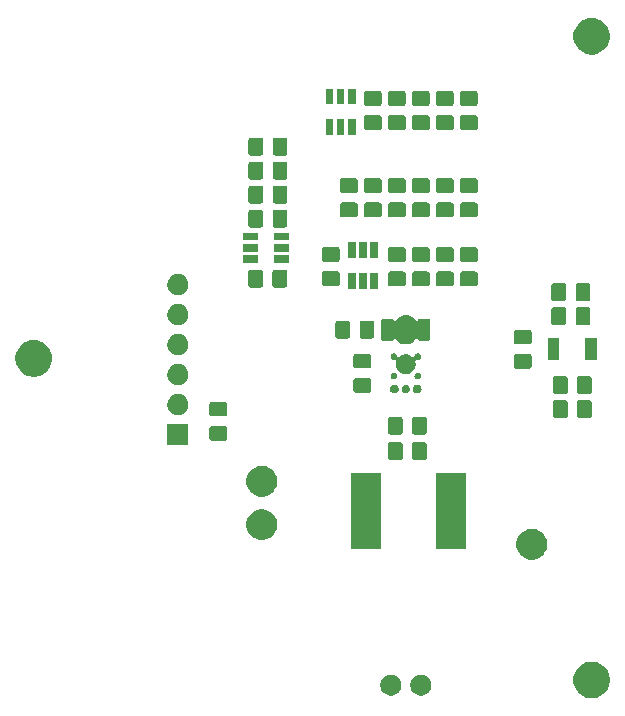
<source format=gts>
G04 #@! TF.GenerationSoftware,KiCad,Pcbnew,(5.1.6)-1*
G04 #@! TF.CreationDate,2021-11-15T16:14:39+01:00*
G04 #@! TF.ProjectId,SoundModulev2,536f756e-644d-46f6-9475-6c6576322e6b,rev?*
G04 #@! TF.SameCoordinates,Original*
G04 #@! TF.FileFunction,Soldermask,Top*
G04 #@! TF.FilePolarity,Negative*
%FSLAX46Y46*%
G04 Gerber Fmt 4.6, Leading zero omitted, Abs format (unit mm)*
G04 Created by KiCad (PCBNEW (5.1.6)-1) date 2021-11-15 16:14:39*
%MOMM*%
%LPD*%
G01*
G04 APERTURE LIST*
%ADD10C,0.100000*%
G04 APERTURE END LIST*
D10*
G36*
X138549705Y-103690682D02*
G01*
X138699530Y-103720484D01*
X138981794Y-103837401D01*
X139235825Y-104007139D01*
X139451861Y-104223175D01*
X139621599Y-104477206D01*
X139738516Y-104759470D01*
X139798120Y-105059120D01*
X139798120Y-105364640D01*
X139738516Y-105664290D01*
X139621599Y-105946554D01*
X139451861Y-106200585D01*
X139235825Y-106416621D01*
X138981794Y-106586359D01*
X138699530Y-106703276D01*
X138549705Y-106733078D01*
X138399881Y-106762880D01*
X138094359Y-106762880D01*
X137944535Y-106733078D01*
X137794710Y-106703276D01*
X137512446Y-106586359D01*
X137258415Y-106416621D01*
X137042379Y-106200585D01*
X136872641Y-105946554D01*
X136755724Y-105664290D01*
X136696120Y-105364640D01*
X136696120Y-105059120D01*
X136755724Y-104759470D01*
X136872641Y-104477206D01*
X137042379Y-104223175D01*
X137258415Y-104007139D01*
X137512446Y-103837401D01*
X137794710Y-103720484D01*
X137944535Y-103690682D01*
X138094359Y-103660880D01*
X138399881Y-103660880D01*
X138549705Y-103690682D01*
G37*
G36*
X124029015Y-104786920D02*
G01*
X124191165Y-104854085D01*
X124191167Y-104854086D01*
X124337099Y-104951595D01*
X124461205Y-105075701D01*
X124558715Y-105221635D01*
X124625880Y-105383785D01*
X124660120Y-105555923D01*
X124660120Y-105731437D01*
X124625880Y-105903575D01*
X124608077Y-105946554D01*
X124558714Y-106065727D01*
X124461205Y-106211659D01*
X124337099Y-106335765D01*
X124191167Y-106433274D01*
X124191166Y-106433275D01*
X124191165Y-106433275D01*
X124029015Y-106500440D01*
X123856877Y-106534680D01*
X123681363Y-106534680D01*
X123509225Y-106500440D01*
X123347075Y-106433275D01*
X123347074Y-106433275D01*
X123347073Y-106433274D01*
X123201141Y-106335765D01*
X123077035Y-106211659D01*
X122979526Y-106065727D01*
X122930163Y-105946554D01*
X122912360Y-105903575D01*
X122878120Y-105731437D01*
X122878120Y-105555923D01*
X122912360Y-105383785D01*
X122979525Y-105221635D01*
X123077035Y-105075701D01*
X123201141Y-104951595D01*
X123347073Y-104854086D01*
X123347075Y-104854085D01*
X123509225Y-104786920D01*
X123681363Y-104752680D01*
X123856877Y-104752680D01*
X124029015Y-104786920D01*
G37*
G36*
X121489015Y-104786920D02*
G01*
X121651165Y-104854085D01*
X121651167Y-104854086D01*
X121797099Y-104951595D01*
X121921205Y-105075701D01*
X122018715Y-105221635D01*
X122085880Y-105383785D01*
X122120120Y-105555923D01*
X122120120Y-105731437D01*
X122085880Y-105903575D01*
X122068077Y-105946554D01*
X122018714Y-106065727D01*
X121921205Y-106211659D01*
X121797099Y-106335765D01*
X121651167Y-106433274D01*
X121651166Y-106433275D01*
X121651165Y-106433275D01*
X121489015Y-106500440D01*
X121316877Y-106534680D01*
X121141363Y-106534680D01*
X120969225Y-106500440D01*
X120807075Y-106433275D01*
X120807074Y-106433275D01*
X120807073Y-106433274D01*
X120661141Y-106335765D01*
X120537035Y-106211659D01*
X120439526Y-106065727D01*
X120390163Y-105946554D01*
X120372360Y-105903575D01*
X120338120Y-105731437D01*
X120338120Y-105555923D01*
X120372360Y-105383785D01*
X120439525Y-105221635D01*
X120537035Y-105075701D01*
X120661141Y-104951595D01*
X120807073Y-104854086D01*
X120807075Y-104854085D01*
X120969225Y-104786920D01*
X121141363Y-104752680D01*
X121316877Y-104752680D01*
X121489015Y-104786920D01*
G37*
G36*
X133546607Y-92454676D02*
G01*
X133783373Y-92552748D01*
X133783375Y-92552749D01*
X133960250Y-92670933D01*
X133996459Y-92695127D01*
X134177673Y-92876341D01*
X134320052Y-93089427D01*
X134418124Y-93326193D01*
X134468120Y-93577541D01*
X134468120Y-93833819D01*
X134418124Y-94085167D01*
X134320052Y-94321933D01*
X134320051Y-94321935D01*
X134177673Y-94535019D01*
X133996459Y-94716233D01*
X133783375Y-94858611D01*
X133783374Y-94858612D01*
X133783373Y-94858612D01*
X133546607Y-94956684D01*
X133295259Y-95006680D01*
X133038981Y-95006680D01*
X132787633Y-94956684D01*
X132550867Y-94858612D01*
X132550866Y-94858612D01*
X132550865Y-94858611D01*
X132337781Y-94716233D01*
X132156567Y-94535019D01*
X132014189Y-94321935D01*
X132014188Y-94321933D01*
X131916116Y-94085167D01*
X131866120Y-93833819D01*
X131866120Y-93577541D01*
X131916116Y-93326193D01*
X132014188Y-93089427D01*
X132156567Y-92876341D01*
X132337781Y-92695127D01*
X132373990Y-92670933D01*
X132550865Y-92552749D01*
X132550867Y-92552748D01*
X132787633Y-92454676D01*
X133038981Y-92404680D01*
X133295259Y-92404680D01*
X133546607Y-92454676D01*
G37*
G36*
X127634620Y-94116680D02*
G01*
X125032620Y-94116680D01*
X125032620Y-87714680D01*
X127634620Y-87714680D01*
X127634620Y-94116680D01*
G37*
G36*
X120434620Y-94116680D02*
G01*
X117832620Y-94116680D01*
X117832620Y-87714680D01*
X120434620Y-87714680D01*
X120434620Y-94116680D01*
G37*
G36*
X110686607Y-90803676D02*
G01*
X110923373Y-90901748D01*
X110923375Y-90901749D01*
X111017558Y-90964680D01*
X111136459Y-91044127D01*
X111317673Y-91225341D01*
X111460052Y-91438427D01*
X111558124Y-91675193D01*
X111608120Y-91926541D01*
X111608120Y-92182819D01*
X111558124Y-92434167D01*
X111460052Y-92670933D01*
X111460051Y-92670935D01*
X111317673Y-92884019D01*
X111136459Y-93065233D01*
X110923375Y-93207611D01*
X110923374Y-93207612D01*
X110923373Y-93207612D01*
X110686607Y-93305684D01*
X110435259Y-93355680D01*
X110178981Y-93355680D01*
X109927633Y-93305684D01*
X109690867Y-93207612D01*
X109690866Y-93207612D01*
X109690865Y-93207611D01*
X109477781Y-93065233D01*
X109296567Y-92884019D01*
X109154189Y-92670935D01*
X109154188Y-92670933D01*
X109056116Y-92434167D01*
X109006120Y-92182819D01*
X109006120Y-91926541D01*
X109056116Y-91675193D01*
X109154188Y-91438427D01*
X109296567Y-91225341D01*
X109477781Y-91044127D01*
X109596682Y-90964680D01*
X109690865Y-90901749D01*
X109690867Y-90901748D01*
X109927633Y-90803676D01*
X110178981Y-90753680D01*
X110435259Y-90753680D01*
X110686607Y-90803676D01*
G37*
G36*
X110686607Y-87120676D02*
G01*
X110923373Y-87218748D01*
X110923375Y-87218749D01*
X111136459Y-87361127D01*
X111317673Y-87542341D01*
X111460052Y-87755427D01*
X111558124Y-87992193D01*
X111608120Y-88243541D01*
X111608120Y-88499819D01*
X111558124Y-88751167D01*
X111489566Y-88916680D01*
X111460051Y-88987935D01*
X111317673Y-89201019D01*
X111136459Y-89382233D01*
X110923375Y-89524611D01*
X110923374Y-89524612D01*
X110923373Y-89524612D01*
X110686607Y-89622684D01*
X110435259Y-89672680D01*
X110178981Y-89672680D01*
X109927633Y-89622684D01*
X109690867Y-89524612D01*
X109690866Y-89524612D01*
X109690865Y-89524611D01*
X109477781Y-89382233D01*
X109296567Y-89201019D01*
X109154189Y-88987935D01*
X109124674Y-88916680D01*
X109056116Y-88751167D01*
X109006120Y-88499819D01*
X109006120Y-88243541D01*
X109056116Y-87992193D01*
X109154188Y-87755427D01*
X109296567Y-87542341D01*
X109477781Y-87361127D01*
X109690865Y-87218749D01*
X109690867Y-87218748D01*
X109927633Y-87120676D01*
X110178981Y-87070680D01*
X110435259Y-87070680D01*
X110686607Y-87120676D01*
G37*
G36*
X122064794Y-85085145D02*
G01*
X122102487Y-85096579D01*
X122137223Y-85115146D01*
X122167668Y-85140132D01*
X122192654Y-85170577D01*
X122211221Y-85205313D01*
X122222655Y-85243006D01*
X122227120Y-85288341D01*
X122227120Y-86375019D01*
X122222655Y-86420354D01*
X122211221Y-86458047D01*
X122192654Y-86492783D01*
X122167668Y-86523228D01*
X122137223Y-86548214D01*
X122102487Y-86566781D01*
X122064794Y-86578215D01*
X122019459Y-86582680D01*
X121182781Y-86582680D01*
X121137446Y-86578215D01*
X121099753Y-86566781D01*
X121065017Y-86548214D01*
X121034572Y-86523228D01*
X121009586Y-86492783D01*
X120991019Y-86458047D01*
X120979585Y-86420354D01*
X120975120Y-86375019D01*
X120975120Y-85288341D01*
X120979585Y-85243006D01*
X120991019Y-85205313D01*
X121009586Y-85170577D01*
X121034572Y-85140132D01*
X121065017Y-85115146D01*
X121099753Y-85096579D01*
X121137446Y-85085145D01*
X121182781Y-85080680D01*
X122019459Y-85080680D01*
X122064794Y-85085145D01*
G37*
G36*
X124114794Y-85085145D02*
G01*
X124152487Y-85096579D01*
X124187223Y-85115146D01*
X124217668Y-85140132D01*
X124242654Y-85170577D01*
X124261221Y-85205313D01*
X124272655Y-85243006D01*
X124277120Y-85288341D01*
X124277120Y-86375019D01*
X124272655Y-86420354D01*
X124261221Y-86458047D01*
X124242654Y-86492783D01*
X124217668Y-86523228D01*
X124187223Y-86548214D01*
X124152487Y-86566781D01*
X124114794Y-86578215D01*
X124069459Y-86582680D01*
X123232781Y-86582680D01*
X123187446Y-86578215D01*
X123149753Y-86566781D01*
X123115017Y-86548214D01*
X123084572Y-86523228D01*
X123059586Y-86492783D01*
X123041019Y-86458047D01*
X123029585Y-86420354D01*
X123025120Y-86375019D01*
X123025120Y-85288341D01*
X123029585Y-85243006D01*
X123041019Y-85205313D01*
X123059586Y-85170577D01*
X123084572Y-85140132D01*
X123115017Y-85115146D01*
X123149753Y-85096579D01*
X123187446Y-85085145D01*
X123232781Y-85080680D01*
X124069459Y-85080680D01*
X124114794Y-85085145D01*
G37*
G36*
X104096120Y-85335680D02*
G01*
X102294120Y-85335680D01*
X102294120Y-83533680D01*
X104096120Y-83533680D01*
X104096120Y-85335680D01*
G37*
G36*
X107212794Y-83695145D02*
G01*
X107250487Y-83706579D01*
X107285223Y-83725146D01*
X107315668Y-83750132D01*
X107340654Y-83780577D01*
X107359221Y-83815313D01*
X107370655Y-83853006D01*
X107375120Y-83898341D01*
X107375120Y-84735019D01*
X107370655Y-84780354D01*
X107359221Y-84818047D01*
X107340654Y-84852783D01*
X107315668Y-84883228D01*
X107285223Y-84908214D01*
X107250487Y-84926781D01*
X107212794Y-84938215D01*
X107167459Y-84942680D01*
X106080781Y-84942680D01*
X106035446Y-84938215D01*
X105997753Y-84926781D01*
X105963017Y-84908214D01*
X105932572Y-84883228D01*
X105907586Y-84852783D01*
X105889019Y-84818047D01*
X105877585Y-84780354D01*
X105873120Y-84735019D01*
X105873120Y-83898341D01*
X105877585Y-83853006D01*
X105889019Y-83815313D01*
X105907586Y-83780577D01*
X105932572Y-83750132D01*
X105963017Y-83725146D01*
X105997753Y-83706579D01*
X106035446Y-83695145D01*
X106080781Y-83690680D01*
X107167459Y-83690680D01*
X107212794Y-83695145D01*
G37*
G36*
X124114794Y-82926145D02*
G01*
X124152487Y-82937579D01*
X124187223Y-82956146D01*
X124217668Y-82981132D01*
X124242654Y-83011577D01*
X124261221Y-83046313D01*
X124272655Y-83084006D01*
X124277120Y-83129341D01*
X124277120Y-84216019D01*
X124272655Y-84261354D01*
X124261221Y-84299047D01*
X124242654Y-84333783D01*
X124217668Y-84364228D01*
X124187223Y-84389214D01*
X124152487Y-84407781D01*
X124114794Y-84419215D01*
X124069459Y-84423680D01*
X123232781Y-84423680D01*
X123187446Y-84419215D01*
X123149753Y-84407781D01*
X123115017Y-84389214D01*
X123084572Y-84364228D01*
X123059586Y-84333783D01*
X123041019Y-84299047D01*
X123029585Y-84261354D01*
X123025120Y-84216019D01*
X123025120Y-83129341D01*
X123029585Y-83084006D01*
X123041019Y-83046313D01*
X123059586Y-83011577D01*
X123084572Y-82981132D01*
X123115017Y-82956146D01*
X123149753Y-82937579D01*
X123187446Y-82926145D01*
X123232781Y-82921680D01*
X124069459Y-82921680D01*
X124114794Y-82926145D01*
G37*
G36*
X122064794Y-82926145D02*
G01*
X122102487Y-82937579D01*
X122137223Y-82956146D01*
X122167668Y-82981132D01*
X122192654Y-83011577D01*
X122211221Y-83046313D01*
X122222655Y-83084006D01*
X122227120Y-83129341D01*
X122227120Y-84216019D01*
X122222655Y-84261354D01*
X122211221Y-84299047D01*
X122192654Y-84333783D01*
X122167668Y-84364228D01*
X122137223Y-84389214D01*
X122102487Y-84407781D01*
X122064794Y-84419215D01*
X122019459Y-84423680D01*
X121182781Y-84423680D01*
X121137446Y-84419215D01*
X121099753Y-84407781D01*
X121065017Y-84389214D01*
X121034572Y-84364228D01*
X121009586Y-84333783D01*
X120991019Y-84299047D01*
X120979585Y-84261354D01*
X120975120Y-84216019D01*
X120975120Y-83129341D01*
X120979585Y-83084006D01*
X120991019Y-83046313D01*
X121009586Y-83011577D01*
X121034572Y-82981132D01*
X121065017Y-82956146D01*
X121099753Y-82937579D01*
X121137446Y-82926145D01*
X121182781Y-82921680D01*
X122019459Y-82921680D01*
X122064794Y-82926145D01*
G37*
G36*
X136034794Y-81529145D02*
G01*
X136072487Y-81540579D01*
X136107223Y-81559146D01*
X136137668Y-81584132D01*
X136162654Y-81614577D01*
X136181221Y-81649313D01*
X136192655Y-81687006D01*
X136197120Y-81732341D01*
X136197120Y-82819019D01*
X136192655Y-82864354D01*
X136181221Y-82902047D01*
X136162654Y-82936783D01*
X136137668Y-82967228D01*
X136107223Y-82992214D01*
X136072487Y-83010781D01*
X136034794Y-83022215D01*
X135989459Y-83026680D01*
X135152781Y-83026680D01*
X135107446Y-83022215D01*
X135069753Y-83010781D01*
X135035017Y-82992214D01*
X135004572Y-82967228D01*
X134979586Y-82936783D01*
X134961019Y-82902047D01*
X134949585Y-82864354D01*
X134945120Y-82819019D01*
X134945120Y-81732341D01*
X134949585Y-81687006D01*
X134961019Y-81649313D01*
X134979586Y-81614577D01*
X135004572Y-81584132D01*
X135035017Y-81559146D01*
X135069753Y-81540579D01*
X135107446Y-81529145D01*
X135152781Y-81524680D01*
X135989459Y-81524680D01*
X136034794Y-81529145D01*
G37*
G36*
X138084794Y-81529145D02*
G01*
X138122487Y-81540579D01*
X138157223Y-81559146D01*
X138187668Y-81584132D01*
X138212654Y-81614577D01*
X138231221Y-81649313D01*
X138242655Y-81687006D01*
X138247120Y-81732341D01*
X138247120Y-82819019D01*
X138242655Y-82864354D01*
X138231221Y-82902047D01*
X138212654Y-82936783D01*
X138187668Y-82967228D01*
X138157223Y-82992214D01*
X138122487Y-83010781D01*
X138084794Y-83022215D01*
X138039459Y-83026680D01*
X137202781Y-83026680D01*
X137157446Y-83022215D01*
X137119753Y-83010781D01*
X137085017Y-82992214D01*
X137054572Y-82967228D01*
X137029586Y-82936783D01*
X137011019Y-82902047D01*
X136999585Y-82864354D01*
X136995120Y-82819019D01*
X136995120Y-81732341D01*
X136999585Y-81687006D01*
X137011019Y-81649313D01*
X137029586Y-81614577D01*
X137054572Y-81584132D01*
X137085017Y-81559146D01*
X137119753Y-81540579D01*
X137157446Y-81529145D01*
X137202781Y-81524680D01*
X138039459Y-81524680D01*
X138084794Y-81529145D01*
G37*
G36*
X107212794Y-81645145D02*
G01*
X107250487Y-81656579D01*
X107285223Y-81675146D01*
X107315668Y-81700132D01*
X107340654Y-81730577D01*
X107359221Y-81765313D01*
X107370655Y-81803006D01*
X107375120Y-81848341D01*
X107375120Y-82685019D01*
X107370655Y-82730354D01*
X107359221Y-82768047D01*
X107340654Y-82802783D01*
X107315668Y-82833228D01*
X107285223Y-82858214D01*
X107250487Y-82876781D01*
X107212794Y-82888215D01*
X107167459Y-82892680D01*
X106080781Y-82892680D01*
X106035446Y-82888215D01*
X105997753Y-82876781D01*
X105963017Y-82858214D01*
X105932572Y-82833228D01*
X105907586Y-82802783D01*
X105889019Y-82768047D01*
X105877585Y-82730354D01*
X105873120Y-82685019D01*
X105873120Y-81848341D01*
X105877585Y-81803006D01*
X105889019Y-81765313D01*
X105907586Y-81730577D01*
X105932572Y-81700132D01*
X105963017Y-81675146D01*
X105997753Y-81656579D01*
X106035446Y-81645145D01*
X106080781Y-81640680D01*
X107167459Y-81640680D01*
X107212794Y-81645145D01*
G37*
G36*
X103308632Y-80998607D02*
G01*
X103457932Y-81028304D01*
X103621904Y-81096224D01*
X103769474Y-81194827D01*
X103894973Y-81320326D01*
X103993576Y-81467896D01*
X104061496Y-81631868D01*
X104096120Y-81805939D01*
X104096120Y-81983421D01*
X104061496Y-82157492D01*
X103993576Y-82321464D01*
X103894973Y-82469034D01*
X103769474Y-82594533D01*
X103621904Y-82693136D01*
X103457932Y-82761056D01*
X103308632Y-82790753D01*
X103283862Y-82795680D01*
X103106378Y-82795680D01*
X103081608Y-82790753D01*
X102932308Y-82761056D01*
X102768336Y-82693136D01*
X102620766Y-82594533D01*
X102495267Y-82469034D01*
X102396664Y-82321464D01*
X102328744Y-82157492D01*
X102294120Y-81983421D01*
X102294120Y-81805939D01*
X102328744Y-81631868D01*
X102396664Y-81467896D01*
X102495267Y-81320326D01*
X102620766Y-81194827D01*
X102768336Y-81096224D01*
X102932308Y-81028304D01*
X103081608Y-80998607D01*
X103106378Y-80993680D01*
X103283862Y-80993680D01*
X103308632Y-80998607D01*
G37*
G36*
X138084794Y-79497145D02*
G01*
X138122487Y-79508579D01*
X138157223Y-79527146D01*
X138187668Y-79552132D01*
X138212654Y-79582577D01*
X138231221Y-79617313D01*
X138242655Y-79655006D01*
X138247120Y-79700341D01*
X138247120Y-80787019D01*
X138242655Y-80832354D01*
X138231221Y-80870047D01*
X138212654Y-80904783D01*
X138187668Y-80935228D01*
X138157223Y-80960214D01*
X138122487Y-80978781D01*
X138084794Y-80990215D01*
X138039459Y-80994680D01*
X137202781Y-80994680D01*
X137157446Y-80990215D01*
X137119753Y-80978781D01*
X137085017Y-80960214D01*
X137054572Y-80935228D01*
X137029586Y-80904783D01*
X137011019Y-80870047D01*
X136999585Y-80832354D01*
X136995120Y-80787019D01*
X136995120Y-79700341D01*
X136999585Y-79655006D01*
X137011019Y-79617313D01*
X137029586Y-79582577D01*
X137054572Y-79552132D01*
X137085017Y-79527146D01*
X137119753Y-79508579D01*
X137157446Y-79497145D01*
X137202781Y-79492680D01*
X138039459Y-79492680D01*
X138084794Y-79497145D01*
G37*
G36*
X136034794Y-79497145D02*
G01*
X136072487Y-79508579D01*
X136107223Y-79527146D01*
X136137668Y-79552132D01*
X136162654Y-79582577D01*
X136181221Y-79617313D01*
X136192655Y-79655006D01*
X136197120Y-79700341D01*
X136197120Y-80787019D01*
X136192655Y-80832354D01*
X136181221Y-80870047D01*
X136162654Y-80904783D01*
X136137668Y-80935228D01*
X136107223Y-80960214D01*
X136072487Y-80978781D01*
X136034794Y-80990215D01*
X135989459Y-80994680D01*
X135152781Y-80994680D01*
X135107446Y-80990215D01*
X135069753Y-80978781D01*
X135035017Y-80960214D01*
X135004572Y-80935228D01*
X134979586Y-80904783D01*
X134961019Y-80870047D01*
X134949585Y-80832354D01*
X134945120Y-80787019D01*
X134945120Y-79700341D01*
X134949585Y-79655006D01*
X134961019Y-79617313D01*
X134979586Y-79582577D01*
X135004572Y-79552132D01*
X135035017Y-79527146D01*
X135069753Y-79508579D01*
X135107446Y-79497145D01*
X135152781Y-79492680D01*
X135989459Y-79492680D01*
X136034794Y-79497145D01*
G37*
G36*
X121643792Y-80204129D02*
G01*
X121643794Y-80204130D01*
X121643795Y-80204130D01*
X121712223Y-80232473D01*
X121773806Y-80273622D01*
X121826178Y-80325994D01*
X121867327Y-80387577D01*
X121895670Y-80456005D01*
X121895671Y-80456008D01*
X121906768Y-80511794D01*
X121913881Y-80535243D01*
X121925432Y-80556854D01*
X121932676Y-80565681D01*
X121925432Y-80574507D01*
X121913881Y-80596118D01*
X121906768Y-80619566D01*
X121896533Y-80671019D01*
X121895670Y-80675355D01*
X121867327Y-80743783D01*
X121826178Y-80805366D01*
X121773806Y-80857738D01*
X121712223Y-80898887D01*
X121643795Y-80927230D01*
X121643794Y-80927230D01*
X121643792Y-80927231D01*
X121571154Y-80941680D01*
X121497086Y-80941680D01*
X121424448Y-80927231D01*
X121424446Y-80927230D01*
X121424445Y-80927230D01*
X121356017Y-80898887D01*
X121294434Y-80857738D01*
X121242062Y-80805366D01*
X121200913Y-80743783D01*
X121172570Y-80675355D01*
X121171120Y-80668065D01*
X121158120Y-80602714D01*
X121158120Y-80528646D01*
X121172569Y-80456008D01*
X121172570Y-80456005D01*
X121200913Y-80387577D01*
X121242062Y-80325994D01*
X121294434Y-80273622D01*
X121356017Y-80232473D01*
X121424445Y-80204130D01*
X121424446Y-80204130D01*
X121424448Y-80204129D01*
X121497086Y-80189680D01*
X121571154Y-80189680D01*
X121643792Y-80204129D01*
G37*
G36*
X123573792Y-80204129D02*
G01*
X123573794Y-80204130D01*
X123573795Y-80204130D01*
X123642223Y-80232473D01*
X123703806Y-80273622D01*
X123756178Y-80325994D01*
X123797327Y-80387577D01*
X123825670Y-80456005D01*
X123825671Y-80456008D01*
X123840120Y-80528646D01*
X123840120Y-80602714D01*
X123827121Y-80668065D01*
X123825670Y-80675355D01*
X123797327Y-80743783D01*
X123756178Y-80805366D01*
X123703806Y-80857738D01*
X123642223Y-80898887D01*
X123573795Y-80927230D01*
X123573794Y-80927230D01*
X123573792Y-80927231D01*
X123501154Y-80941680D01*
X123427086Y-80941680D01*
X123354448Y-80927231D01*
X123354446Y-80927230D01*
X123354445Y-80927230D01*
X123286017Y-80898887D01*
X123224434Y-80857738D01*
X123172062Y-80805366D01*
X123130913Y-80743783D01*
X123102570Y-80675355D01*
X123101707Y-80671019D01*
X123091472Y-80619566D01*
X123084359Y-80596117D01*
X123072808Y-80574506D01*
X123065564Y-80565680D01*
X123072808Y-80556853D01*
X123084359Y-80535242D01*
X123091472Y-80511794D01*
X123102569Y-80456008D01*
X123102570Y-80456005D01*
X123130913Y-80387577D01*
X123172062Y-80325994D01*
X123224434Y-80273622D01*
X123286017Y-80232473D01*
X123354445Y-80204130D01*
X123354446Y-80204130D01*
X123354448Y-80204129D01*
X123427086Y-80189680D01*
X123501154Y-80189680D01*
X123573792Y-80204129D01*
G37*
G36*
X122601503Y-80228169D02*
G01*
X122601506Y-80228170D01*
X122601505Y-80228170D01*
X122665378Y-80254626D01*
X122722868Y-80293040D01*
X122771760Y-80341932D01*
X122810174Y-80399422D01*
X122831744Y-80451498D01*
X122836631Y-80463297D01*
X122845724Y-80509009D01*
X122846278Y-80511795D01*
X122853391Y-80535244D01*
X122864943Y-80556855D01*
X122872185Y-80565680D01*
X122864942Y-80574506D01*
X122853391Y-80596117D01*
X122846278Y-80619565D01*
X122836631Y-80668063D01*
X122833612Y-80675352D01*
X122810174Y-80731938D01*
X122771760Y-80789428D01*
X122722868Y-80838320D01*
X122665378Y-80876734D01*
X122613302Y-80898304D01*
X122601503Y-80903191D01*
X122533690Y-80916680D01*
X122464550Y-80916680D01*
X122396737Y-80903191D01*
X122384938Y-80898304D01*
X122332862Y-80876734D01*
X122275372Y-80838320D01*
X122226480Y-80789428D01*
X122188066Y-80731938D01*
X122164628Y-80675352D01*
X122161609Y-80668063D01*
X122151962Y-80619565D01*
X122144849Y-80596116D01*
X122133297Y-80574505D01*
X122126055Y-80565680D01*
X122133298Y-80556854D01*
X122144849Y-80535243D01*
X122151962Y-80511795D01*
X122152516Y-80509009D01*
X122161609Y-80463297D01*
X122166496Y-80451498D01*
X122188066Y-80399422D01*
X122226480Y-80341932D01*
X122275372Y-80293040D01*
X122332862Y-80254626D01*
X122396735Y-80228170D01*
X122396734Y-80228170D01*
X122396737Y-80228169D01*
X122464550Y-80214680D01*
X122533690Y-80214680D01*
X122601503Y-80228169D01*
G37*
G36*
X119404794Y-79631145D02*
G01*
X119442487Y-79642579D01*
X119477223Y-79661146D01*
X119507668Y-79686132D01*
X119532654Y-79716577D01*
X119551221Y-79751313D01*
X119562655Y-79789006D01*
X119567120Y-79834341D01*
X119567120Y-80671019D01*
X119562655Y-80716354D01*
X119551221Y-80754047D01*
X119532654Y-80788783D01*
X119507668Y-80819228D01*
X119477223Y-80844214D01*
X119442487Y-80862781D01*
X119404794Y-80874215D01*
X119359459Y-80878680D01*
X118272781Y-80878680D01*
X118227446Y-80874215D01*
X118189753Y-80862781D01*
X118155017Y-80844214D01*
X118124572Y-80819228D01*
X118099586Y-80788783D01*
X118081019Y-80754047D01*
X118069585Y-80716354D01*
X118065120Y-80671019D01*
X118065120Y-79834341D01*
X118069585Y-79789006D01*
X118081019Y-79751313D01*
X118099586Y-79716577D01*
X118124572Y-79686132D01*
X118155017Y-79661146D01*
X118189753Y-79642579D01*
X118227446Y-79631145D01*
X118272781Y-79626680D01*
X119359459Y-79626680D01*
X119404794Y-79631145D01*
G37*
G36*
X103308632Y-78458607D02*
G01*
X103457932Y-78488304D01*
X103621904Y-78556224D01*
X103769474Y-78654827D01*
X103894973Y-78780326D01*
X103993576Y-78927896D01*
X104061496Y-79091868D01*
X104096120Y-79265939D01*
X104096120Y-79443421D01*
X104061496Y-79617492D01*
X103993576Y-79781464D01*
X103894973Y-79929034D01*
X103769474Y-80054533D01*
X103621904Y-80153136D01*
X103457932Y-80221056D01*
X103308632Y-80250753D01*
X103283862Y-80255680D01*
X103106378Y-80255680D01*
X103081608Y-80250753D01*
X102932308Y-80221056D01*
X102768336Y-80153136D01*
X102620766Y-80054533D01*
X102495267Y-79929034D01*
X102396664Y-79781464D01*
X102328744Y-79617492D01*
X102294120Y-79443421D01*
X102294120Y-79265939D01*
X102328744Y-79091868D01*
X102396664Y-78927896D01*
X102495267Y-78780326D01*
X102620766Y-78654827D01*
X102768336Y-78556224D01*
X102932308Y-78488304D01*
X103081608Y-78458607D01*
X103106378Y-78453680D01*
X103283862Y-78453680D01*
X103308632Y-78458607D01*
G37*
G36*
X123596085Y-79195478D02*
G01*
X123647224Y-79216661D01*
X123693247Y-79247413D01*
X123732387Y-79286553D01*
X123763139Y-79332576D01*
X123784322Y-79383715D01*
X123795120Y-79438004D01*
X123795120Y-79493356D01*
X123784322Y-79547645D01*
X123763139Y-79598784D01*
X123732387Y-79644807D01*
X123693247Y-79683947D01*
X123647224Y-79714699D01*
X123596085Y-79735882D01*
X123541796Y-79746680D01*
X123486444Y-79746680D01*
X123432155Y-79735882D01*
X123381016Y-79714699D01*
X123334993Y-79683947D01*
X123295853Y-79644807D01*
X123265101Y-79598784D01*
X123243918Y-79547645D01*
X123233120Y-79493356D01*
X123233120Y-79438004D01*
X123243918Y-79383715D01*
X123265101Y-79332576D01*
X123295853Y-79286553D01*
X123334993Y-79247413D01*
X123381016Y-79216661D01*
X123432155Y-79195478D01*
X123486444Y-79184680D01*
X123541796Y-79184680D01*
X123596085Y-79195478D01*
G37*
G36*
X121566085Y-79195478D02*
G01*
X121617224Y-79216661D01*
X121663247Y-79247413D01*
X121702387Y-79286553D01*
X121733139Y-79332576D01*
X121754322Y-79383715D01*
X121765120Y-79438004D01*
X121765120Y-79493356D01*
X121754322Y-79547645D01*
X121733139Y-79598784D01*
X121702387Y-79644807D01*
X121663247Y-79683947D01*
X121617224Y-79714699D01*
X121566085Y-79735882D01*
X121511796Y-79746680D01*
X121456444Y-79746680D01*
X121402155Y-79735882D01*
X121351016Y-79714699D01*
X121304993Y-79683947D01*
X121265853Y-79644807D01*
X121235101Y-79598784D01*
X121213918Y-79547645D01*
X121203120Y-79493356D01*
X121203120Y-79438004D01*
X121213918Y-79383715D01*
X121235101Y-79332576D01*
X121265853Y-79286553D01*
X121304993Y-79247413D01*
X121351016Y-79216661D01*
X121402155Y-79195478D01*
X121456444Y-79184680D01*
X121511796Y-79184680D01*
X121566085Y-79195478D01*
G37*
G36*
X91305705Y-76461882D02*
G01*
X91455530Y-76491684D01*
X91737794Y-76608601D01*
X91991825Y-76778339D01*
X92207861Y-76994375D01*
X92377599Y-77248406D01*
X92494516Y-77530670D01*
X92517592Y-77646680D01*
X92554120Y-77830319D01*
X92554120Y-78135841D01*
X92546501Y-78174144D01*
X92494516Y-78435490D01*
X92377599Y-78717754D01*
X92207861Y-78971785D01*
X91991825Y-79187821D01*
X91737794Y-79357559D01*
X91455530Y-79474476D01*
X91341565Y-79497145D01*
X91155881Y-79534080D01*
X90850359Y-79534080D01*
X90664675Y-79497145D01*
X90550710Y-79474476D01*
X90268446Y-79357559D01*
X90014415Y-79187821D01*
X89798379Y-78971785D01*
X89628641Y-78717754D01*
X89511724Y-78435490D01*
X89459739Y-78174144D01*
X89452120Y-78135841D01*
X89452120Y-77830319D01*
X89488648Y-77646680D01*
X89511724Y-77530670D01*
X89628641Y-77248406D01*
X89798379Y-76994375D01*
X90014415Y-76778339D01*
X90268446Y-76608601D01*
X90550710Y-76491684D01*
X90700535Y-76461882D01*
X90850359Y-76432080D01*
X91155881Y-76432080D01*
X91305705Y-76461882D01*
G37*
G36*
X121566085Y-77555478D02*
G01*
X121617224Y-77576661D01*
X121663247Y-77607413D01*
X121702387Y-77646553D01*
X121733139Y-77692576D01*
X121754322Y-77743715D01*
X121757072Y-77757543D01*
X121764182Y-77780981D01*
X121775733Y-77802592D01*
X121791278Y-77821534D01*
X121810219Y-77837079D01*
X121831830Y-77848631D01*
X121855279Y-77855744D01*
X121879665Y-77858146D01*
X121904051Y-77855744D01*
X121927500Y-77848631D01*
X121949111Y-77837080D01*
X121968048Y-77821540D01*
X121969388Y-77820200D01*
X122105494Y-77729257D01*
X122105496Y-77729256D01*
X122256726Y-77666614D01*
X122417272Y-77634680D01*
X122580968Y-77634680D01*
X122741514Y-77666614D01*
X122892744Y-77729256D01*
X122892746Y-77729257D01*
X123028852Y-77820200D01*
X123030192Y-77821540D01*
X123049128Y-77837080D01*
X123070739Y-77848631D01*
X123094188Y-77855744D01*
X123118574Y-77858146D01*
X123142960Y-77855744D01*
X123166409Y-77848631D01*
X123188020Y-77837080D01*
X123206962Y-77821535D01*
X123222507Y-77802593D01*
X123234058Y-77780982D01*
X123241168Y-77757543D01*
X123243918Y-77743715D01*
X123265101Y-77692576D01*
X123295853Y-77646553D01*
X123334993Y-77607413D01*
X123381016Y-77576661D01*
X123432155Y-77555478D01*
X123486444Y-77544680D01*
X123541796Y-77544680D01*
X123596085Y-77555478D01*
X123647224Y-77576661D01*
X123693247Y-77607413D01*
X123732387Y-77646553D01*
X123763139Y-77692576D01*
X123784322Y-77743715D01*
X123795120Y-77798004D01*
X123795120Y-77853356D01*
X123784322Y-77907645D01*
X123763139Y-77958784D01*
X123732387Y-78004807D01*
X123693247Y-78043947D01*
X123647224Y-78074699D01*
X123596085Y-78095882D01*
X123541796Y-78106680D01*
X123486444Y-78106680D01*
X123449753Y-78099382D01*
X123425375Y-78096981D01*
X123400988Y-78099383D01*
X123377539Y-78106496D01*
X123355929Y-78118047D01*
X123336987Y-78133592D01*
X123321441Y-78152534D01*
X123309890Y-78174144D01*
X123302777Y-78197593D01*
X123300375Y-78221979D01*
X123302777Y-78246366D01*
X123330120Y-78383832D01*
X123330120Y-78547528D01*
X123298186Y-78708074D01*
X123240773Y-78846680D01*
X123235543Y-78859306D01*
X123144600Y-78995412D01*
X123028852Y-79111160D01*
X122892746Y-79202103D01*
X122892745Y-79202104D01*
X122892744Y-79202104D01*
X122741514Y-79264746D01*
X122580968Y-79296680D01*
X122417272Y-79296680D01*
X122256726Y-79264746D01*
X122105496Y-79202104D01*
X122105495Y-79202104D01*
X122105494Y-79202103D01*
X121969388Y-79111160D01*
X121853640Y-78995412D01*
X121762697Y-78859306D01*
X121757467Y-78846680D01*
X121700054Y-78708074D01*
X121668120Y-78547528D01*
X121668120Y-78383832D01*
X121695463Y-78246366D01*
X121697865Y-78221979D01*
X121695463Y-78197593D01*
X121688350Y-78174144D01*
X121676799Y-78152534D01*
X121661253Y-78133592D01*
X121642311Y-78118047D01*
X121620700Y-78106496D01*
X121597252Y-78099383D01*
X121572865Y-78096981D01*
X121548487Y-78099382D01*
X121511796Y-78106680D01*
X121456444Y-78106680D01*
X121402155Y-78095882D01*
X121351016Y-78074699D01*
X121304993Y-78043947D01*
X121265853Y-78004807D01*
X121235101Y-77958784D01*
X121213918Y-77907645D01*
X121203120Y-77853356D01*
X121203120Y-77798004D01*
X121213918Y-77743715D01*
X121235101Y-77692576D01*
X121265853Y-77646553D01*
X121304993Y-77607413D01*
X121351016Y-77576661D01*
X121402155Y-77555478D01*
X121456444Y-77544680D01*
X121511796Y-77544680D01*
X121566085Y-77555478D01*
G37*
G36*
X132993794Y-77599145D02*
G01*
X133031487Y-77610579D01*
X133066223Y-77629146D01*
X133096668Y-77654132D01*
X133121654Y-77684577D01*
X133140221Y-77719313D01*
X133151655Y-77757006D01*
X133156120Y-77802341D01*
X133156120Y-78639019D01*
X133151655Y-78684354D01*
X133140221Y-78722047D01*
X133121654Y-78756783D01*
X133096668Y-78787228D01*
X133066223Y-78812214D01*
X133031487Y-78830781D01*
X132993794Y-78842215D01*
X132948459Y-78846680D01*
X131861781Y-78846680D01*
X131816446Y-78842215D01*
X131778753Y-78830781D01*
X131744017Y-78812214D01*
X131713572Y-78787228D01*
X131688586Y-78756783D01*
X131670019Y-78722047D01*
X131658585Y-78684354D01*
X131654120Y-78639019D01*
X131654120Y-77802341D01*
X131658585Y-77757006D01*
X131670019Y-77719313D01*
X131688586Y-77684577D01*
X131713572Y-77654132D01*
X131744017Y-77629146D01*
X131778753Y-77610579D01*
X131816446Y-77599145D01*
X131861781Y-77594680D01*
X132948459Y-77594680D01*
X132993794Y-77599145D01*
G37*
G36*
X119404794Y-77581145D02*
G01*
X119442487Y-77592579D01*
X119477223Y-77611146D01*
X119507668Y-77636132D01*
X119532654Y-77666577D01*
X119551221Y-77701313D01*
X119562655Y-77739006D01*
X119567120Y-77784341D01*
X119567120Y-78621019D01*
X119562655Y-78666354D01*
X119551221Y-78704047D01*
X119532654Y-78738783D01*
X119507668Y-78769228D01*
X119477223Y-78794214D01*
X119442487Y-78812781D01*
X119404794Y-78824215D01*
X119359459Y-78828680D01*
X118272781Y-78828680D01*
X118227446Y-78824215D01*
X118189753Y-78812781D01*
X118155017Y-78794214D01*
X118124572Y-78769228D01*
X118099586Y-78738783D01*
X118081019Y-78704047D01*
X118069585Y-78666354D01*
X118065120Y-78621019D01*
X118065120Y-77784341D01*
X118069585Y-77739006D01*
X118081019Y-77701313D01*
X118099586Y-77666577D01*
X118124572Y-77636132D01*
X118155017Y-77611146D01*
X118189753Y-77592579D01*
X118227446Y-77581145D01*
X118272781Y-77576680D01*
X119359459Y-77576680D01*
X119404794Y-77581145D01*
G37*
G36*
X135497120Y-78146680D02*
G01*
X134545120Y-78146680D01*
X134545120Y-76244680D01*
X135497120Y-76244680D01*
X135497120Y-78146680D01*
G37*
G36*
X138647120Y-78146680D02*
G01*
X137695120Y-78146680D01*
X137695120Y-76244680D01*
X138647120Y-76244680D01*
X138647120Y-78146680D01*
G37*
G36*
X103308632Y-75918607D02*
G01*
X103457932Y-75948304D01*
X103621904Y-76016224D01*
X103769474Y-76114827D01*
X103894973Y-76240326D01*
X103993576Y-76387896D01*
X104061496Y-76551868D01*
X104091193Y-76701168D01*
X104094335Y-76716962D01*
X104096120Y-76725939D01*
X104096120Y-76903421D01*
X104061496Y-77077492D01*
X103993576Y-77241464D01*
X103894973Y-77389034D01*
X103769474Y-77514533D01*
X103621904Y-77613136D01*
X103457932Y-77681056D01*
X103308632Y-77710753D01*
X103283862Y-77715680D01*
X103106378Y-77715680D01*
X103081608Y-77710753D01*
X102932308Y-77681056D01*
X102768336Y-77613136D01*
X102620766Y-77514533D01*
X102495267Y-77389034D01*
X102396664Y-77241464D01*
X102328744Y-77077492D01*
X102294120Y-76903421D01*
X102294120Y-76725939D01*
X102295906Y-76716962D01*
X102299047Y-76701168D01*
X102328744Y-76551868D01*
X102396664Y-76387896D01*
X102495267Y-76240326D01*
X102620766Y-76114827D01*
X102768336Y-76016224D01*
X102932308Y-75948304D01*
X103081608Y-75918607D01*
X103106378Y-75913680D01*
X103283862Y-75913680D01*
X103308632Y-75918607D01*
G37*
G36*
X122685544Y-74307440D02*
G01*
X122685547Y-74307441D01*
X122685548Y-74307441D01*
X122864812Y-74361820D01*
X122864815Y-74361822D01*
X122864816Y-74361822D01*
X123030023Y-74450126D01*
X123174832Y-74568968D01*
X123293672Y-74713775D01*
X123302541Y-74730368D01*
X123316155Y-74750743D01*
X123333482Y-74768070D01*
X123353856Y-74781684D01*
X123376495Y-74791061D01*
X123400528Y-74795842D01*
X123425032Y-74795842D01*
X123449065Y-74791062D01*
X123471704Y-74781685D01*
X123492079Y-74768071D01*
X123509406Y-74750744D01*
X123523020Y-74730370D01*
X123532396Y-74707734D01*
X123533984Y-74702500D01*
X123546441Y-74679194D01*
X123563206Y-74658766D01*
X123583634Y-74642001D01*
X123606937Y-74629545D01*
X123632224Y-74621874D01*
X123664658Y-74618680D01*
X124433582Y-74618680D01*
X124466016Y-74621874D01*
X124491303Y-74629545D01*
X124514606Y-74642001D01*
X124535034Y-74658766D01*
X124551799Y-74679194D01*
X124564255Y-74702497D01*
X124571926Y-74727784D01*
X124575120Y-74760218D01*
X124575120Y-76329142D01*
X124571926Y-76361576D01*
X124564255Y-76386863D01*
X124551799Y-76410166D01*
X124535034Y-76430594D01*
X124514606Y-76447359D01*
X124491303Y-76459815D01*
X124466016Y-76467486D01*
X124433582Y-76470680D01*
X123664658Y-76470680D01*
X123632224Y-76467486D01*
X123606937Y-76459815D01*
X123583634Y-76447359D01*
X123563206Y-76430594D01*
X123546441Y-76410166D01*
X123533984Y-76386860D01*
X123532396Y-76381626D01*
X123523019Y-76358988D01*
X123509404Y-76338614D01*
X123492077Y-76321287D01*
X123471702Y-76307674D01*
X123449063Y-76298297D01*
X123425029Y-76293518D01*
X123400525Y-76293518D01*
X123376492Y-76298300D01*
X123353854Y-76307677D01*
X123333480Y-76321292D01*
X123316153Y-76338619D01*
X123302541Y-76358992D01*
X123293672Y-76375585D01*
X123174832Y-76520392D01*
X123030023Y-76639234D01*
X122864817Y-76727538D01*
X122864813Y-76727540D01*
X122685549Y-76781919D01*
X122685548Y-76781919D01*
X122685545Y-76781920D01*
X122499120Y-76800281D01*
X122312696Y-76781920D01*
X122312693Y-76781919D01*
X122312692Y-76781919D01*
X122133428Y-76727540D01*
X122133424Y-76727538D01*
X121968218Y-76639234D01*
X121823409Y-76520392D01*
X121704568Y-76375584D01*
X121695698Y-76358989D01*
X121682084Y-76338615D01*
X121664757Y-76321288D01*
X121644383Y-76307674D01*
X121621744Y-76298297D01*
X121597711Y-76293517D01*
X121573206Y-76293517D01*
X121549173Y-76298298D01*
X121526534Y-76307675D01*
X121506160Y-76321289D01*
X121488833Y-76338616D01*
X121475219Y-76358990D01*
X121465843Y-76381627D01*
X121464255Y-76386863D01*
X121451799Y-76410166D01*
X121435034Y-76430594D01*
X121414606Y-76447359D01*
X121391303Y-76459815D01*
X121366016Y-76467486D01*
X121333582Y-76470680D01*
X120564658Y-76470680D01*
X120532224Y-76467486D01*
X120506937Y-76459815D01*
X120483634Y-76447359D01*
X120463206Y-76430594D01*
X120446441Y-76410166D01*
X120433985Y-76386863D01*
X120426314Y-76361576D01*
X120423120Y-76329142D01*
X120423120Y-74760218D01*
X120426314Y-74727784D01*
X120433985Y-74702497D01*
X120446441Y-74679194D01*
X120463206Y-74658766D01*
X120483634Y-74642001D01*
X120506937Y-74629545D01*
X120532224Y-74621874D01*
X120564658Y-74618680D01*
X121333582Y-74618680D01*
X121366016Y-74621874D01*
X121391303Y-74629545D01*
X121414606Y-74642001D01*
X121435034Y-74658766D01*
X121451799Y-74679194D01*
X121464256Y-74702500D01*
X121465844Y-74707734D01*
X121475221Y-74730372D01*
X121488836Y-74750746D01*
X121506163Y-74768073D01*
X121526538Y-74781686D01*
X121549177Y-74791063D01*
X121573211Y-74795842D01*
X121597715Y-74795842D01*
X121621748Y-74791060D01*
X121644386Y-74781683D01*
X121664760Y-74768068D01*
X121682087Y-74750741D01*
X121695699Y-74730368D01*
X121704568Y-74713775D01*
X121823408Y-74568968D01*
X121968217Y-74450126D01*
X122133423Y-74361822D01*
X122133424Y-74361822D01*
X122133427Y-74361820D01*
X122312691Y-74307441D01*
X122312692Y-74307441D01*
X122312695Y-74307440D01*
X122499120Y-74289079D01*
X122685544Y-74307440D01*
G37*
G36*
X132993794Y-75549145D02*
G01*
X133031487Y-75560579D01*
X133066223Y-75579146D01*
X133096668Y-75604132D01*
X133121654Y-75634577D01*
X133140221Y-75669313D01*
X133151655Y-75707006D01*
X133156120Y-75752341D01*
X133156120Y-76589019D01*
X133151655Y-76634354D01*
X133140221Y-76672047D01*
X133121654Y-76706783D01*
X133096668Y-76737228D01*
X133066223Y-76762214D01*
X133031487Y-76780781D01*
X132993794Y-76792215D01*
X132948459Y-76796680D01*
X131861781Y-76796680D01*
X131816446Y-76792215D01*
X131778753Y-76780781D01*
X131744017Y-76762214D01*
X131713572Y-76737228D01*
X131688586Y-76706783D01*
X131670019Y-76672047D01*
X131658585Y-76634354D01*
X131654120Y-76589019D01*
X131654120Y-75752341D01*
X131658585Y-75707006D01*
X131670019Y-75669313D01*
X131688586Y-75634577D01*
X131713572Y-75604132D01*
X131744017Y-75579146D01*
X131778753Y-75560579D01*
X131816446Y-75549145D01*
X131861781Y-75544680D01*
X132948459Y-75544680D01*
X132993794Y-75549145D01*
G37*
G36*
X119669794Y-74798145D02*
G01*
X119707487Y-74809579D01*
X119742223Y-74828146D01*
X119772668Y-74853132D01*
X119797654Y-74883577D01*
X119816221Y-74918313D01*
X119827655Y-74956006D01*
X119832120Y-75001341D01*
X119832120Y-76088019D01*
X119827655Y-76133354D01*
X119816221Y-76171047D01*
X119797654Y-76205783D01*
X119772668Y-76236228D01*
X119742223Y-76261214D01*
X119707487Y-76279781D01*
X119669794Y-76291215D01*
X119624459Y-76295680D01*
X118787781Y-76295680D01*
X118742446Y-76291215D01*
X118704753Y-76279781D01*
X118670017Y-76261214D01*
X118639572Y-76236228D01*
X118614586Y-76205783D01*
X118596019Y-76171047D01*
X118584585Y-76133354D01*
X118580120Y-76088019D01*
X118580120Y-75001341D01*
X118584585Y-74956006D01*
X118596019Y-74918313D01*
X118614586Y-74883577D01*
X118639572Y-74853132D01*
X118670017Y-74828146D01*
X118704753Y-74809579D01*
X118742446Y-74798145D01*
X118787781Y-74793680D01*
X119624459Y-74793680D01*
X119669794Y-74798145D01*
G37*
G36*
X117619794Y-74798145D02*
G01*
X117657487Y-74809579D01*
X117692223Y-74828146D01*
X117722668Y-74853132D01*
X117747654Y-74883577D01*
X117766221Y-74918313D01*
X117777655Y-74956006D01*
X117782120Y-75001341D01*
X117782120Y-76088019D01*
X117777655Y-76133354D01*
X117766221Y-76171047D01*
X117747654Y-76205783D01*
X117722668Y-76236228D01*
X117692223Y-76261214D01*
X117657487Y-76279781D01*
X117619794Y-76291215D01*
X117574459Y-76295680D01*
X116737781Y-76295680D01*
X116692446Y-76291215D01*
X116654753Y-76279781D01*
X116620017Y-76261214D01*
X116589572Y-76236228D01*
X116564586Y-76205783D01*
X116546019Y-76171047D01*
X116534585Y-76133354D01*
X116530120Y-76088019D01*
X116530120Y-75001341D01*
X116534585Y-74956006D01*
X116546019Y-74918313D01*
X116564586Y-74883577D01*
X116589572Y-74853132D01*
X116620017Y-74828146D01*
X116654753Y-74809579D01*
X116692446Y-74798145D01*
X116737781Y-74793680D01*
X117574459Y-74793680D01*
X117619794Y-74798145D01*
G37*
G36*
X103308632Y-73378607D02*
G01*
X103457932Y-73408304D01*
X103621904Y-73476224D01*
X103769474Y-73574827D01*
X103894973Y-73700326D01*
X103993576Y-73847896D01*
X104061496Y-74011868D01*
X104096120Y-74185939D01*
X104096120Y-74363421D01*
X104061496Y-74537492D01*
X103993576Y-74701464D01*
X103894973Y-74849034D01*
X103769474Y-74974533D01*
X103621904Y-75073136D01*
X103457932Y-75141056D01*
X103308632Y-75170753D01*
X103283862Y-75175680D01*
X103106378Y-75175680D01*
X103081608Y-75170753D01*
X102932308Y-75141056D01*
X102768336Y-75073136D01*
X102620766Y-74974533D01*
X102495267Y-74849034D01*
X102396664Y-74701464D01*
X102328744Y-74537492D01*
X102294120Y-74363421D01*
X102294120Y-74185939D01*
X102328744Y-74011868D01*
X102396664Y-73847896D01*
X102495267Y-73700326D01*
X102620766Y-73574827D01*
X102768336Y-73476224D01*
X102932308Y-73408304D01*
X103081608Y-73378607D01*
X103106378Y-73373680D01*
X103283862Y-73373680D01*
X103308632Y-73378607D01*
G37*
G36*
X135907794Y-73655145D02*
G01*
X135945487Y-73666579D01*
X135980223Y-73685146D01*
X136010668Y-73710132D01*
X136035654Y-73740577D01*
X136054221Y-73775313D01*
X136065655Y-73813006D01*
X136070120Y-73858341D01*
X136070120Y-74945019D01*
X136065655Y-74990354D01*
X136054221Y-75028047D01*
X136035654Y-75062783D01*
X136010668Y-75093228D01*
X135980223Y-75118214D01*
X135945487Y-75136781D01*
X135907794Y-75148215D01*
X135862459Y-75152680D01*
X135025781Y-75152680D01*
X134980446Y-75148215D01*
X134942753Y-75136781D01*
X134908017Y-75118214D01*
X134877572Y-75093228D01*
X134852586Y-75062783D01*
X134834019Y-75028047D01*
X134822585Y-74990354D01*
X134818120Y-74945019D01*
X134818120Y-73858341D01*
X134822585Y-73813006D01*
X134834019Y-73775313D01*
X134852586Y-73740577D01*
X134877572Y-73710132D01*
X134908017Y-73685146D01*
X134942753Y-73666579D01*
X134980446Y-73655145D01*
X135025781Y-73650680D01*
X135862459Y-73650680D01*
X135907794Y-73655145D01*
G37*
G36*
X137957794Y-73655145D02*
G01*
X137995487Y-73666579D01*
X138030223Y-73685146D01*
X138060668Y-73710132D01*
X138085654Y-73740577D01*
X138104221Y-73775313D01*
X138115655Y-73813006D01*
X138120120Y-73858341D01*
X138120120Y-74945019D01*
X138115655Y-74990354D01*
X138104221Y-75028047D01*
X138085654Y-75062783D01*
X138060668Y-75093228D01*
X138030223Y-75118214D01*
X137995487Y-75136781D01*
X137957794Y-75148215D01*
X137912459Y-75152680D01*
X137075781Y-75152680D01*
X137030446Y-75148215D01*
X136992753Y-75136781D01*
X136958017Y-75118214D01*
X136927572Y-75093228D01*
X136902586Y-75062783D01*
X136884019Y-75028047D01*
X136872585Y-74990354D01*
X136868120Y-74945019D01*
X136868120Y-73858341D01*
X136872585Y-73813006D01*
X136884019Y-73775313D01*
X136902586Y-73740577D01*
X136927572Y-73710132D01*
X136958017Y-73685146D01*
X136992753Y-73666579D01*
X137030446Y-73655145D01*
X137075781Y-73650680D01*
X137912459Y-73650680D01*
X137957794Y-73655145D01*
G37*
G36*
X137957794Y-71623145D02*
G01*
X137995487Y-71634579D01*
X138030223Y-71653146D01*
X138060668Y-71678132D01*
X138085654Y-71708577D01*
X138104221Y-71743313D01*
X138115655Y-71781006D01*
X138120120Y-71826341D01*
X138120120Y-72913019D01*
X138115655Y-72958354D01*
X138104221Y-72996047D01*
X138085654Y-73030783D01*
X138060668Y-73061228D01*
X138030223Y-73086214D01*
X137995487Y-73104781D01*
X137957794Y-73116215D01*
X137912459Y-73120680D01*
X137075781Y-73120680D01*
X137030446Y-73116215D01*
X136992753Y-73104781D01*
X136958017Y-73086214D01*
X136927572Y-73061228D01*
X136902586Y-73030783D01*
X136884019Y-72996047D01*
X136872585Y-72958354D01*
X136868120Y-72913019D01*
X136868120Y-71826341D01*
X136872585Y-71781006D01*
X136884019Y-71743313D01*
X136902586Y-71708577D01*
X136927572Y-71678132D01*
X136958017Y-71653146D01*
X136992753Y-71634579D01*
X137030446Y-71623145D01*
X137075781Y-71618680D01*
X137912459Y-71618680D01*
X137957794Y-71623145D01*
G37*
G36*
X135907794Y-71623145D02*
G01*
X135945487Y-71634579D01*
X135980223Y-71653146D01*
X136010668Y-71678132D01*
X136035654Y-71708577D01*
X136054221Y-71743313D01*
X136065655Y-71781006D01*
X136070120Y-71826341D01*
X136070120Y-72913019D01*
X136065655Y-72958354D01*
X136054221Y-72996047D01*
X136035654Y-73030783D01*
X136010668Y-73061228D01*
X135980223Y-73086214D01*
X135945487Y-73104781D01*
X135907794Y-73116215D01*
X135862459Y-73120680D01*
X135025781Y-73120680D01*
X134980446Y-73116215D01*
X134942753Y-73104781D01*
X134908017Y-73086214D01*
X134877572Y-73061228D01*
X134852586Y-73030783D01*
X134834019Y-72996047D01*
X134822585Y-72958354D01*
X134818120Y-72913019D01*
X134818120Y-71826341D01*
X134822585Y-71781006D01*
X134834019Y-71743313D01*
X134852586Y-71708577D01*
X134877572Y-71678132D01*
X134908017Y-71653146D01*
X134942753Y-71634579D01*
X134980446Y-71623145D01*
X135025781Y-71618680D01*
X135862459Y-71618680D01*
X135907794Y-71623145D01*
G37*
G36*
X103304348Y-70837755D02*
G01*
X103457932Y-70868304D01*
X103621904Y-70936224D01*
X103769474Y-71034827D01*
X103894973Y-71160326D01*
X103993576Y-71307896D01*
X104061496Y-71471868D01*
X104083105Y-71580507D01*
X104093861Y-71634579D01*
X104096120Y-71645939D01*
X104096120Y-71823421D01*
X104061496Y-71997492D01*
X103993576Y-72161464D01*
X103894973Y-72309034D01*
X103769474Y-72434533D01*
X103621904Y-72533136D01*
X103457932Y-72601056D01*
X103308632Y-72630753D01*
X103283862Y-72635680D01*
X103106378Y-72635680D01*
X103081608Y-72630753D01*
X102932308Y-72601056D01*
X102768336Y-72533136D01*
X102620766Y-72434533D01*
X102495267Y-72309034D01*
X102396664Y-72161464D01*
X102328744Y-71997492D01*
X102294120Y-71823421D01*
X102294120Y-71645939D01*
X102296380Y-71634579D01*
X102307135Y-71580507D01*
X102328744Y-71471868D01*
X102396664Y-71307896D01*
X102495267Y-71160326D01*
X102620766Y-71034827D01*
X102768336Y-70936224D01*
X102932308Y-70868304D01*
X103085892Y-70837755D01*
X103106378Y-70833680D01*
X103283862Y-70833680D01*
X103304348Y-70837755D01*
G37*
G36*
X118253120Y-72080880D02*
G01*
X117601120Y-72080880D01*
X117601120Y-70778880D01*
X118253120Y-70778880D01*
X118253120Y-72080880D01*
G37*
G36*
X120153120Y-72080880D02*
G01*
X119501120Y-72080880D01*
X119501120Y-70778880D01*
X120153120Y-70778880D01*
X120153120Y-72080880D01*
G37*
G36*
X119203120Y-72080880D02*
G01*
X118551120Y-72080880D01*
X118551120Y-70778880D01*
X119203120Y-70778880D01*
X119203120Y-72080880D01*
G37*
G36*
X112294794Y-70480145D02*
G01*
X112332487Y-70491579D01*
X112367223Y-70510146D01*
X112397668Y-70535132D01*
X112422654Y-70565577D01*
X112441221Y-70600313D01*
X112452655Y-70638006D01*
X112457120Y-70683341D01*
X112457120Y-71770019D01*
X112452655Y-71815354D01*
X112441221Y-71853047D01*
X112422654Y-71887783D01*
X112397668Y-71918228D01*
X112367223Y-71943214D01*
X112332487Y-71961781D01*
X112294794Y-71973215D01*
X112249459Y-71977680D01*
X111412781Y-71977680D01*
X111367446Y-71973215D01*
X111329753Y-71961781D01*
X111295017Y-71943214D01*
X111264572Y-71918228D01*
X111239586Y-71887783D01*
X111221019Y-71853047D01*
X111209585Y-71815354D01*
X111205120Y-71770019D01*
X111205120Y-70683341D01*
X111209585Y-70638006D01*
X111221019Y-70600313D01*
X111239586Y-70565577D01*
X111264572Y-70535132D01*
X111295017Y-70510146D01*
X111329753Y-70491579D01*
X111367446Y-70480145D01*
X111412781Y-70475680D01*
X112249459Y-70475680D01*
X112294794Y-70480145D01*
G37*
G36*
X110244794Y-70480145D02*
G01*
X110282487Y-70491579D01*
X110317223Y-70510146D01*
X110347668Y-70535132D01*
X110372654Y-70565577D01*
X110391221Y-70600313D01*
X110402655Y-70638006D01*
X110407120Y-70683341D01*
X110407120Y-71770019D01*
X110402655Y-71815354D01*
X110391221Y-71853047D01*
X110372654Y-71887783D01*
X110347668Y-71918228D01*
X110317223Y-71943214D01*
X110282487Y-71961781D01*
X110244794Y-71973215D01*
X110199459Y-71977680D01*
X109362781Y-71977680D01*
X109317446Y-71973215D01*
X109279753Y-71961781D01*
X109245017Y-71943214D01*
X109214572Y-71918228D01*
X109189586Y-71887783D01*
X109171019Y-71853047D01*
X109159585Y-71815354D01*
X109155120Y-71770019D01*
X109155120Y-70683341D01*
X109159585Y-70638006D01*
X109171019Y-70600313D01*
X109189586Y-70565577D01*
X109214572Y-70535132D01*
X109245017Y-70510146D01*
X109279753Y-70491579D01*
X109317446Y-70480145D01*
X109362781Y-70475680D01*
X110199459Y-70475680D01*
X110244794Y-70480145D01*
G37*
G36*
X126389794Y-70623145D02*
G01*
X126427487Y-70634579D01*
X126462223Y-70653146D01*
X126492668Y-70678132D01*
X126517654Y-70708577D01*
X126536221Y-70743313D01*
X126547655Y-70781006D01*
X126552120Y-70826341D01*
X126552120Y-71663019D01*
X126547655Y-71708354D01*
X126536221Y-71746047D01*
X126517654Y-71780783D01*
X126492668Y-71811228D01*
X126462223Y-71836214D01*
X126427487Y-71854781D01*
X126389794Y-71866215D01*
X126344459Y-71870680D01*
X125257781Y-71870680D01*
X125212446Y-71866215D01*
X125174753Y-71854781D01*
X125140017Y-71836214D01*
X125109572Y-71811228D01*
X125084586Y-71780783D01*
X125066019Y-71746047D01*
X125054585Y-71708354D01*
X125050120Y-71663019D01*
X125050120Y-70826341D01*
X125054585Y-70781006D01*
X125066019Y-70743313D01*
X125084586Y-70708577D01*
X125109572Y-70678132D01*
X125140017Y-70653146D01*
X125174753Y-70634579D01*
X125212446Y-70623145D01*
X125257781Y-70618680D01*
X126344459Y-70618680D01*
X126389794Y-70623145D01*
G37*
G36*
X128421794Y-70623145D02*
G01*
X128459487Y-70634579D01*
X128494223Y-70653146D01*
X128524668Y-70678132D01*
X128549654Y-70708577D01*
X128568221Y-70743313D01*
X128579655Y-70781006D01*
X128584120Y-70826341D01*
X128584120Y-71663019D01*
X128579655Y-71708354D01*
X128568221Y-71746047D01*
X128549654Y-71780783D01*
X128524668Y-71811228D01*
X128494223Y-71836214D01*
X128459487Y-71854781D01*
X128421794Y-71866215D01*
X128376459Y-71870680D01*
X127289781Y-71870680D01*
X127244446Y-71866215D01*
X127206753Y-71854781D01*
X127172017Y-71836214D01*
X127141572Y-71811228D01*
X127116586Y-71780783D01*
X127098019Y-71746047D01*
X127086585Y-71708354D01*
X127082120Y-71663019D01*
X127082120Y-70826341D01*
X127086585Y-70781006D01*
X127098019Y-70743313D01*
X127116586Y-70708577D01*
X127141572Y-70678132D01*
X127172017Y-70653146D01*
X127206753Y-70634579D01*
X127244446Y-70623145D01*
X127289781Y-70618680D01*
X128376459Y-70618680D01*
X128421794Y-70623145D01*
G37*
G36*
X124357794Y-70623145D02*
G01*
X124395487Y-70634579D01*
X124430223Y-70653146D01*
X124460668Y-70678132D01*
X124485654Y-70708577D01*
X124504221Y-70743313D01*
X124515655Y-70781006D01*
X124520120Y-70826341D01*
X124520120Y-71663019D01*
X124515655Y-71708354D01*
X124504221Y-71746047D01*
X124485654Y-71780783D01*
X124460668Y-71811228D01*
X124430223Y-71836214D01*
X124395487Y-71854781D01*
X124357794Y-71866215D01*
X124312459Y-71870680D01*
X123225781Y-71870680D01*
X123180446Y-71866215D01*
X123142753Y-71854781D01*
X123108017Y-71836214D01*
X123077572Y-71811228D01*
X123052586Y-71780783D01*
X123034019Y-71746047D01*
X123022585Y-71708354D01*
X123018120Y-71663019D01*
X123018120Y-70826341D01*
X123022585Y-70781006D01*
X123034019Y-70743313D01*
X123052586Y-70708577D01*
X123077572Y-70678132D01*
X123108017Y-70653146D01*
X123142753Y-70634579D01*
X123180446Y-70623145D01*
X123225781Y-70618680D01*
X124312459Y-70618680D01*
X124357794Y-70623145D01*
G37*
G36*
X122325794Y-70623145D02*
G01*
X122363487Y-70634579D01*
X122398223Y-70653146D01*
X122428668Y-70678132D01*
X122453654Y-70708577D01*
X122472221Y-70743313D01*
X122483655Y-70781006D01*
X122488120Y-70826341D01*
X122488120Y-71663019D01*
X122483655Y-71708354D01*
X122472221Y-71746047D01*
X122453654Y-71780783D01*
X122428668Y-71811228D01*
X122398223Y-71836214D01*
X122363487Y-71854781D01*
X122325794Y-71866215D01*
X122280459Y-71870680D01*
X121193781Y-71870680D01*
X121148446Y-71866215D01*
X121110753Y-71854781D01*
X121076017Y-71836214D01*
X121045572Y-71811228D01*
X121020586Y-71780783D01*
X121002019Y-71746047D01*
X120990585Y-71708354D01*
X120986120Y-71663019D01*
X120986120Y-70826341D01*
X120990585Y-70781006D01*
X121002019Y-70743313D01*
X121020586Y-70708577D01*
X121045572Y-70678132D01*
X121076017Y-70653146D01*
X121110753Y-70634579D01*
X121148446Y-70623145D01*
X121193781Y-70618680D01*
X122280459Y-70618680D01*
X122325794Y-70623145D01*
G37*
G36*
X116737794Y-70605145D02*
G01*
X116775487Y-70616579D01*
X116810223Y-70635146D01*
X116840668Y-70660132D01*
X116865654Y-70690577D01*
X116884221Y-70725313D01*
X116895655Y-70763006D01*
X116900120Y-70808341D01*
X116900120Y-71645019D01*
X116895655Y-71690354D01*
X116884221Y-71728047D01*
X116865654Y-71762783D01*
X116840668Y-71793228D01*
X116810223Y-71818214D01*
X116775487Y-71836781D01*
X116737794Y-71848215D01*
X116692459Y-71852680D01*
X115605781Y-71852680D01*
X115560446Y-71848215D01*
X115522753Y-71836781D01*
X115488017Y-71818214D01*
X115457572Y-71793228D01*
X115432586Y-71762783D01*
X115414019Y-71728047D01*
X115402585Y-71690354D01*
X115398120Y-71645019D01*
X115398120Y-70808341D01*
X115402585Y-70763006D01*
X115414019Y-70725313D01*
X115432586Y-70690577D01*
X115457572Y-70660132D01*
X115488017Y-70635146D01*
X115522753Y-70616579D01*
X115560446Y-70605145D01*
X115605781Y-70600680D01*
X116692459Y-70600680D01*
X116737794Y-70605145D01*
G37*
G36*
X109992920Y-69896680D02*
G01*
X108690920Y-69896680D01*
X108690920Y-69244680D01*
X109992920Y-69244680D01*
X109992920Y-69896680D01*
G37*
G36*
X112609120Y-69896680D02*
G01*
X111307120Y-69896680D01*
X111307120Y-69244680D01*
X112609120Y-69244680D01*
X112609120Y-69896680D01*
G37*
G36*
X126389794Y-68573145D02*
G01*
X126427487Y-68584579D01*
X126462223Y-68603146D01*
X126492668Y-68628132D01*
X126517654Y-68658577D01*
X126536221Y-68693313D01*
X126547655Y-68731006D01*
X126552120Y-68776341D01*
X126552120Y-69613019D01*
X126547655Y-69658354D01*
X126536221Y-69696047D01*
X126517654Y-69730783D01*
X126492668Y-69761228D01*
X126462223Y-69786214D01*
X126427487Y-69804781D01*
X126389794Y-69816215D01*
X126344459Y-69820680D01*
X125257781Y-69820680D01*
X125212446Y-69816215D01*
X125174753Y-69804781D01*
X125140017Y-69786214D01*
X125109572Y-69761228D01*
X125084586Y-69730783D01*
X125066019Y-69696047D01*
X125054585Y-69658354D01*
X125050120Y-69613019D01*
X125050120Y-68776341D01*
X125054585Y-68731006D01*
X125066019Y-68693313D01*
X125084586Y-68658577D01*
X125109572Y-68628132D01*
X125140017Y-68603146D01*
X125174753Y-68584579D01*
X125212446Y-68573145D01*
X125257781Y-68568680D01*
X126344459Y-68568680D01*
X126389794Y-68573145D01*
G37*
G36*
X128421794Y-68573145D02*
G01*
X128459487Y-68584579D01*
X128494223Y-68603146D01*
X128524668Y-68628132D01*
X128549654Y-68658577D01*
X128568221Y-68693313D01*
X128579655Y-68731006D01*
X128584120Y-68776341D01*
X128584120Y-69613019D01*
X128579655Y-69658354D01*
X128568221Y-69696047D01*
X128549654Y-69730783D01*
X128524668Y-69761228D01*
X128494223Y-69786214D01*
X128459487Y-69804781D01*
X128421794Y-69816215D01*
X128376459Y-69820680D01*
X127289781Y-69820680D01*
X127244446Y-69816215D01*
X127206753Y-69804781D01*
X127172017Y-69786214D01*
X127141572Y-69761228D01*
X127116586Y-69730783D01*
X127098019Y-69696047D01*
X127086585Y-69658354D01*
X127082120Y-69613019D01*
X127082120Y-68776341D01*
X127086585Y-68731006D01*
X127098019Y-68693313D01*
X127116586Y-68658577D01*
X127141572Y-68628132D01*
X127172017Y-68603146D01*
X127206753Y-68584579D01*
X127244446Y-68573145D01*
X127289781Y-68568680D01*
X128376459Y-68568680D01*
X128421794Y-68573145D01*
G37*
G36*
X122325794Y-68573145D02*
G01*
X122363487Y-68584579D01*
X122398223Y-68603146D01*
X122428668Y-68628132D01*
X122453654Y-68658577D01*
X122472221Y-68693313D01*
X122483655Y-68731006D01*
X122488120Y-68776341D01*
X122488120Y-69613019D01*
X122483655Y-69658354D01*
X122472221Y-69696047D01*
X122453654Y-69730783D01*
X122428668Y-69761228D01*
X122398223Y-69786214D01*
X122363487Y-69804781D01*
X122325794Y-69816215D01*
X122280459Y-69820680D01*
X121193781Y-69820680D01*
X121148446Y-69816215D01*
X121110753Y-69804781D01*
X121076017Y-69786214D01*
X121045572Y-69761228D01*
X121020586Y-69730783D01*
X121002019Y-69696047D01*
X120990585Y-69658354D01*
X120986120Y-69613019D01*
X120986120Y-68776341D01*
X120990585Y-68731006D01*
X121002019Y-68693313D01*
X121020586Y-68658577D01*
X121045572Y-68628132D01*
X121076017Y-68603146D01*
X121110753Y-68584579D01*
X121148446Y-68573145D01*
X121193781Y-68568680D01*
X122280459Y-68568680D01*
X122325794Y-68573145D01*
G37*
G36*
X124357794Y-68573145D02*
G01*
X124395487Y-68584579D01*
X124430223Y-68603146D01*
X124460668Y-68628132D01*
X124485654Y-68658577D01*
X124504221Y-68693313D01*
X124515655Y-68731006D01*
X124520120Y-68776341D01*
X124520120Y-69613019D01*
X124515655Y-69658354D01*
X124504221Y-69696047D01*
X124485654Y-69730783D01*
X124460668Y-69761228D01*
X124430223Y-69786214D01*
X124395487Y-69804781D01*
X124357794Y-69816215D01*
X124312459Y-69820680D01*
X123225781Y-69820680D01*
X123180446Y-69816215D01*
X123142753Y-69804781D01*
X123108017Y-69786214D01*
X123077572Y-69761228D01*
X123052586Y-69730783D01*
X123034019Y-69696047D01*
X123022585Y-69658354D01*
X123018120Y-69613019D01*
X123018120Y-68776341D01*
X123022585Y-68731006D01*
X123034019Y-68693313D01*
X123052586Y-68658577D01*
X123077572Y-68628132D01*
X123108017Y-68603146D01*
X123142753Y-68584579D01*
X123180446Y-68573145D01*
X123225781Y-68568680D01*
X124312459Y-68568680D01*
X124357794Y-68573145D01*
G37*
G36*
X116737794Y-68555145D02*
G01*
X116775487Y-68566579D01*
X116810223Y-68585146D01*
X116840668Y-68610132D01*
X116865654Y-68640577D01*
X116884221Y-68675313D01*
X116895655Y-68713006D01*
X116900120Y-68758341D01*
X116900120Y-69595019D01*
X116895655Y-69640354D01*
X116884221Y-69678047D01*
X116865654Y-69712783D01*
X116840668Y-69743228D01*
X116810223Y-69768214D01*
X116775487Y-69786781D01*
X116737794Y-69798215D01*
X116692459Y-69802680D01*
X115605781Y-69802680D01*
X115560446Y-69798215D01*
X115522753Y-69786781D01*
X115488017Y-69768214D01*
X115457572Y-69743228D01*
X115432586Y-69712783D01*
X115414019Y-69678047D01*
X115402585Y-69640354D01*
X115398120Y-69595019D01*
X115398120Y-68758341D01*
X115402585Y-68713006D01*
X115414019Y-68675313D01*
X115432586Y-68640577D01*
X115457572Y-68610132D01*
X115488017Y-68585146D01*
X115522753Y-68566579D01*
X115560446Y-68555145D01*
X115605781Y-68550680D01*
X116692459Y-68550680D01*
X116737794Y-68555145D01*
G37*
G36*
X120153120Y-69464680D02*
G01*
X119501120Y-69464680D01*
X119501120Y-68162680D01*
X120153120Y-68162680D01*
X120153120Y-69464680D01*
G37*
G36*
X119203120Y-69464680D02*
G01*
X118551120Y-69464680D01*
X118551120Y-68162680D01*
X119203120Y-68162680D01*
X119203120Y-69464680D01*
G37*
G36*
X118253120Y-69464680D02*
G01*
X117601120Y-69464680D01*
X117601120Y-68162680D01*
X118253120Y-68162680D01*
X118253120Y-69464680D01*
G37*
G36*
X109992920Y-68946680D02*
G01*
X108690920Y-68946680D01*
X108690920Y-68294680D01*
X109992920Y-68294680D01*
X109992920Y-68946680D01*
G37*
G36*
X112609120Y-68946680D02*
G01*
X111307120Y-68946680D01*
X111307120Y-68294680D01*
X112609120Y-68294680D01*
X112609120Y-68946680D01*
G37*
G36*
X109992920Y-67996680D02*
G01*
X108690920Y-67996680D01*
X108690920Y-67344680D01*
X109992920Y-67344680D01*
X109992920Y-67996680D01*
G37*
G36*
X112609120Y-67996680D02*
G01*
X111307120Y-67996680D01*
X111307120Y-67344680D01*
X112609120Y-67344680D01*
X112609120Y-67996680D01*
G37*
G36*
X110253794Y-65400145D02*
G01*
X110291487Y-65411579D01*
X110326223Y-65430146D01*
X110356668Y-65455132D01*
X110381654Y-65485577D01*
X110400221Y-65520313D01*
X110411655Y-65558006D01*
X110416120Y-65603341D01*
X110416120Y-66690019D01*
X110411655Y-66735354D01*
X110400221Y-66773047D01*
X110381654Y-66807783D01*
X110356668Y-66838228D01*
X110326223Y-66863214D01*
X110291487Y-66881781D01*
X110253794Y-66893215D01*
X110208459Y-66897680D01*
X109371781Y-66897680D01*
X109326446Y-66893215D01*
X109288753Y-66881781D01*
X109254017Y-66863214D01*
X109223572Y-66838228D01*
X109198586Y-66807783D01*
X109180019Y-66773047D01*
X109168585Y-66735354D01*
X109164120Y-66690019D01*
X109164120Y-65603341D01*
X109168585Y-65558006D01*
X109180019Y-65520313D01*
X109198586Y-65485577D01*
X109223572Y-65455132D01*
X109254017Y-65430146D01*
X109288753Y-65411579D01*
X109326446Y-65400145D01*
X109371781Y-65395680D01*
X110208459Y-65395680D01*
X110253794Y-65400145D01*
G37*
G36*
X112303794Y-65400145D02*
G01*
X112341487Y-65411579D01*
X112376223Y-65430146D01*
X112406668Y-65455132D01*
X112431654Y-65485577D01*
X112450221Y-65520313D01*
X112461655Y-65558006D01*
X112466120Y-65603341D01*
X112466120Y-66690019D01*
X112461655Y-66735354D01*
X112450221Y-66773047D01*
X112431654Y-66807783D01*
X112406668Y-66838228D01*
X112376223Y-66863214D01*
X112341487Y-66881781D01*
X112303794Y-66893215D01*
X112258459Y-66897680D01*
X111421781Y-66897680D01*
X111376446Y-66893215D01*
X111338753Y-66881781D01*
X111304017Y-66863214D01*
X111273572Y-66838228D01*
X111248586Y-66807783D01*
X111230019Y-66773047D01*
X111218585Y-66735354D01*
X111214120Y-66690019D01*
X111214120Y-65603341D01*
X111218585Y-65558006D01*
X111230019Y-65520313D01*
X111248586Y-65485577D01*
X111273572Y-65455132D01*
X111304017Y-65430146D01*
X111338753Y-65411579D01*
X111376446Y-65400145D01*
X111421781Y-65395680D01*
X112258459Y-65395680D01*
X112303794Y-65400145D01*
G37*
G36*
X118261794Y-64781145D02*
G01*
X118299487Y-64792579D01*
X118334223Y-64811146D01*
X118364668Y-64836132D01*
X118389654Y-64866577D01*
X118408221Y-64901313D01*
X118419655Y-64939006D01*
X118424120Y-64984341D01*
X118424120Y-65821019D01*
X118419655Y-65866354D01*
X118408221Y-65904047D01*
X118389654Y-65938783D01*
X118364668Y-65969228D01*
X118334223Y-65994214D01*
X118299487Y-66012781D01*
X118261794Y-66024215D01*
X118216459Y-66028680D01*
X117129781Y-66028680D01*
X117084446Y-66024215D01*
X117046753Y-66012781D01*
X117012017Y-65994214D01*
X116981572Y-65969228D01*
X116956586Y-65938783D01*
X116938019Y-65904047D01*
X116926585Y-65866354D01*
X116922120Y-65821019D01*
X116922120Y-64984341D01*
X116926585Y-64939006D01*
X116938019Y-64901313D01*
X116956586Y-64866577D01*
X116981572Y-64836132D01*
X117012017Y-64811146D01*
X117046753Y-64792579D01*
X117084446Y-64781145D01*
X117129781Y-64776680D01*
X118216459Y-64776680D01*
X118261794Y-64781145D01*
G37*
G36*
X126389794Y-64781145D02*
G01*
X126427487Y-64792579D01*
X126462223Y-64811146D01*
X126492668Y-64836132D01*
X126517654Y-64866577D01*
X126536221Y-64901313D01*
X126547655Y-64939006D01*
X126552120Y-64984341D01*
X126552120Y-65821019D01*
X126547655Y-65866354D01*
X126536221Y-65904047D01*
X126517654Y-65938783D01*
X126492668Y-65969228D01*
X126462223Y-65994214D01*
X126427487Y-66012781D01*
X126389794Y-66024215D01*
X126344459Y-66028680D01*
X125257781Y-66028680D01*
X125212446Y-66024215D01*
X125174753Y-66012781D01*
X125140017Y-65994214D01*
X125109572Y-65969228D01*
X125084586Y-65938783D01*
X125066019Y-65904047D01*
X125054585Y-65866354D01*
X125050120Y-65821019D01*
X125050120Y-64984341D01*
X125054585Y-64939006D01*
X125066019Y-64901313D01*
X125084586Y-64866577D01*
X125109572Y-64836132D01*
X125140017Y-64811146D01*
X125174753Y-64792579D01*
X125212446Y-64781145D01*
X125257781Y-64776680D01*
X126344459Y-64776680D01*
X126389794Y-64781145D01*
G37*
G36*
X124357794Y-64781145D02*
G01*
X124395487Y-64792579D01*
X124430223Y-64811146D01*
X124460668Y-64836132D01*
X124485654Y-64866577D01*
X124504221Y-64901313D01*
X124515655Y-64939006D01*
X124520120Y-64984341D01*
X124520120Y-65821019D01*
X124515655Y-65866354D01*
X124504221Y-65904047D01*
X124485654Y-65938783D01*
X124460668Y-65969228D01*
X124430223Y-65994214D01*
X124395487Y-66012781D01*
X124357794Y-66024215D01*
X124312459Y-66028680D01*
X123225781Y-66028680D01*
X123180446Y-66024215D01*
X123142753Y-66012781D01*
X123108017Y-65994214D01*
X123077572Y-65969228D01*
X123052586Y-65938783D01*
X123034019Y-65904047D01*
X123022585Y-65866354D01*
X123018120Y-65821019D01*
X123018120Y-64984341D01*
X123022585Y-64939006D01*
X123034019Y-64901313D01*
X123052586Y-64866577D01*
X123077572Y-64836132D01*
X123108017Y-64811146D01*
X123142753Y-64792579D01*
X123180446Y-64781145D01*
X123225781Y-64776680D01*
X124312459Y-64776680D01*
X124357794Y-64781145D01*
G37*
G36*
X122325794Y-64781145D02*
G01*
X122363487Y-64792579D01*
X122398223Y-64811146D01*
X122428668Y-64836132D01*
X122453654Y-64866577D01*
X122472221Y-64901313D01*
X122483655Y-64939006D01*
X122488120Y-64984341D01*
X122488120Y-65821019D01*
X122483655Y-65866354D01*
X122472221Y-65904047D01*
X122453654Y-65938783D01*
X122428668Y-65969228D01*
X122398223Y-65994214D01*
X122363487Y-66012781D01*
X122325794Y-66024215D01*
X122280459Y-66028680D01*
X121193781Y-66028680D01*
X121148446Y-66024215D01*
X121110753Y-66012781D01*
X121076017Y-65994214D01*
X121045572Y-65969228D01*
X121020586Y-65938783D01*
X121002019Y-65904047D01*
X120990585Y-65866354D01*
X120986120Y-65821019D01*
X120986120Y-64984341D01*
X120990585Y-64939006D01*
X121002019Y-64901313D01*
X121020586Y-64866577D01*
X121045572Y-64836132D01*
X121076017Y-64811146D01*
X121110753Y-64792579D01*
X121148446Y-64781145D01*
X121193781Y-64776680D01*
X122280459Y-64776680D01*
X122325794Y-64781145D01*
G37*
G36*
X120293794Y-64781145D02*
G01*
X120331487Y-64792579D01*
X120366223Y-64811146D01*
X120396668Y-64836132D01*
X120421654Y-64866577D01*
X120440221Y-64901313D01*
X120451655Y-64939006D01*
X120456120Y-64984341D01*
X120456120Y-65821019D01*
X120451655Y-65866354D01*
X120440221Y-65904047D01*
X120421654Y-65938783D01*
X120396668Y-65969228D01*
X120366223Y-65994214D01*
X120331487Y-66012781D01*
X120293794Y-66024215D01*
X120248459Y-66028680D01*
X119161781Y-66028680D01*
X119116446Y-66024215D01*
X119078753Y-66012781D01*
X119044017Y-65994214D01*
X119013572Y-65969228D01*
X118988586Y-65938783D01*
X118970019Y-65904047D01*
X118958585Y-65866354D01*
X118954120Y-65821019D01*
X118954120Y-64984341D01*
X118958585Y-64939006D01*
X118970019Y-64901313D01*
X118988586Y-64866577D01*
X119013572Y-64836132D01*
X119044017Y-64811146D01*
X119078753Y-64792579D01*
X119116446Y-64781145D01*
X119161781Y-64776680D01*
X120248459Y-64776680D01*
X120293794Y-64781145D01*
G37*
G36*
X128421794Y-64781145D02*
G01*
X128459487Y-64792579D01*
X128494223Y-64811146D01*
X128524668Y-64836132D01*
X128549654Y-64866577D01*
X128568221Y-64901313D01*
X128579655Y-64939006D01*
X128584120Y-64984341D01*
X128584120Y-65821019D01*
X128579655Y-65866354D01*
X128568221Y-65904047D01*
X128549654Y-65938783D01*
X128524668Y-65969228D01*
X128494223Y-65994214D01*
X128459487Y-66012781D01*
X128421794Y-66024215D01*
X128376459Y-66028680D01*
X127289781Y-66028680D01*
X127244446Y-66024215D01*
X127206753Y-66012781D01*
X127172017Y-65994214D01*
X127141572Y-65969228D01*
X127116586Y-65938783D01*
X127098019Y-65904047D01*
X127086585Y-65866354D01*
X127082120Y-65821019D01*
X127082120Y-64984341D01*
X127086585Y-64939006D01*
X127098019Y-64901313D01*
X127116586Y-64866577D01*
X127141572Y-64836132D01*
X127172017Y-64811146D01*
X127206753Y-64792579D01*
X127244446Y-64781145D01*
X127289781Y-64776680D01*
X128376459Y-64776680D01*
X128421794Y-64781145D01*
G37*
G36*
X112312794Y-63368145D02*
G01*
X112350487Y-63379579D01*
X112385223Y-63398146D01*
X112415668Y-63423132D01*
X112440654Y-63453577D01*
X112459221Y-63488313D01*
X112470655Y-63526006D01*
X112475120Y-63571341D01*
X112475120Y-64658019D01*
X112470655Y-64703354D01*
X112459221Y-64741047D01*
X112440654Y-64775783D01*
X112415668Y-64806228D01*
X112385223Y-64831214D01*
X112350487Y-64849781D01*
X112312794Y-64861215D01*
X112267459Y-64865680D01*
X111430781Y-64865680D01*
X111385446Y-64861215D01*
X111347753Y-64849781D01*
X111313017Y-64831214D01*
X111282572Y-64806228D01*
X111257586Y-64775783D01*
X111239019Y-64741047D01*
X111227585Y-64703354D01*
X111223120Y-64658019D01*
X111223120Y-63571341D01*
X111227585Y-63526006D01*
X111239019Y-63488313D01*
X111257586Y-63453577D01*
X111282572Y-63423132D01*
X111313017Y-63398146D01*
X111347753Y-63379579D01*
X111385446Y-63368145D01*
X111430781Y-63363680D01*
X112267459Y-63363680D01*
X112312794Y-63368145D01*
G37*
G36*
X110262794Y-63368145D02*
G01*
X110300487Y-63379579D01*
X110335223Y-63398146D01*
X110365668Y-63423132D01*
X110390654Y-63453577D01*
X110409221Y-63488313D01*
X110420655Y-63526006D01*
X110425120Y-63571341D01*
X110425120Y-64658019D01*
X110420655Y-64703354D01*
X110409221Y-64741047D01*
X110390654Y-64775783D01*
X110365668Y-64806228D01*
X110335223Y-64831214D01*
X110300487Y-64849781D01*
X110262794Y-64861215D01*
X110217459Y-64865680D01*
X109380781Y-64865680D01*
X109335446Y-64861215D01*
X109297753Y-64849781D01*
X109263017Y-64831214D01*
X109232572Y-64806228D01*
X109207586Y-64775783D01*
X109189019Y-64741047D01*
X109177585Y-64703354D01*
X109173120Y-64658019D01*
X109173120Y-63571341D01*
X109177585Y-63526006D01*
X109189019Y-63488313D01*
X109207586Y-63453577D01*
X109232572Y-63423132D01*
X109263017Y-63398146D01*
X109297753Y-63379579D01*
X109335446Y-63368145D01*
X109380781Y-63363680D01*
X110217459Y-63363680D01*
X110262794Y-63368145D01*
G37*
G36*
X122325794Y-62731145D02*
G01*
X122363487Y-62742579D01*
X122398223Y-62761146D01*
X122428668Y-62786132D01*
X122453654Y-62816577D01*
X122472221Y-62851313D01*
X122483655Y-62889006D01*
X122488120Y-62934341D01*
X122488120Y-63771019D01*
X122483655Y-63816354D01*
X122472221Y-63854047D01*
X122453654Y-63888783D01*
X122428668Y-63919228D01*
X122398223Y-63944214D01*
X122363487Y-63962781D01*
X122325794Y-63974215D01*
X122280459Y-63978680D01*
X121193781Y-63978680D01*
X121148446Y-63974215D01*
X121110753Y-63962781D01*
X121076017Y-63944214D01*
X121045572Y-63919228D01*
X121020586Y-63888783D01*
X121002019Y-63854047D01*
X120990585Y-63816354D01*
X120986120Y-63771019D01*
X120986120Y-62934341D01*
X120990585Y-62889006D01*
X121002019Y-62851313D01*
X121020586Y-62816577D01*
X121045572Y-62786132D01*
X121076017Y-62761146D01*
X121110753Y-62742579D01*
X121148446Y-62731145D01*
X121193781Y-62726680D01*
X122280459Y-62726680D01*
X122325794Y-62731145D01*
G37*
G36*
X120293794Y-62731145D02*
G01*
X120331487Y-62742579D01*
X120366223Y-62761146D01*
X120396668Y-62786132D01*
X120421654Y-62816577D01*
X120440221Y-62851313D01*
X120451655Y-62889006D01*
X120456120Y-62934341D01*
X120456120Y-63771019D01*
X120451655Y-63816354D01*
X120440221Y-63854047D01*
X120421654Y-63888783D01*
X120396668Y-63919228D01*
X120366223Y-63944214D01*
X120331487Y-63962781D01*
X120293794Y-63974215D01*
X120248459Y-63978680D01*
X119161781Y-63978680D01*
X119116446Y-63974215D01*
X119078753Y-63962781D01*
X119044017Y-63944214D01*
X119013572Y-63919228D01*
X118988586Y-63888783D01*
X118970019Y-63854047D01*
X118958585Y-63816354D01*
X118954120Y-63771019D01*
X118954120Y-62934341D01*
X118958585Y-62889006D01*
X118970019Y-62851313D01*
X118988586Y-62816577D01*
X119013572Y-62786132D01*
X119044017Y-62761146D01*
X119078753Y-62742579D01*
X119116446Y-62731145D01*
X119161781Y-62726680D01*
X120248459Y-62726680D01*
X120293794Y-62731145D01*
G37*
G36*
X124357794Y-62731145D02*
G01*
X124395487Y-62742579D01*
X124430223Y-62761146D01*
X124460668Y-62786132D01*
X124485654Y-62816577D01*
X124504221Y-62851313D01*
X124515655Y-62889006D01*
X124520120Y-62934341D01*
X124520120Y-63771019D01*
X124515655Y-63816354D01*
X124504221Y-63854047D01*
X124485654Y-63888783D01*
X124460668Y-63919228D01*
X124430223Y-63944214D01*
X124395487Y-63962781D01*
X124357794Y-63974215D01*
X124312459Y-63978680D01*
X123225781Y-63978680D01*
X123180446Y-63974215D01*
X123142753Y-63962781D01*
X123108017Y-63944214D01*
X123077572Y-63919228D01*
X123052586Y-63888783D01*
X123034019Y-63854047D01*
X123022585Y-63816354D01*
X123018120Y-63771019D01*
X123018120Y-62934341D01*
X123022585Y-62889006D01*
X123034019Y-62851313D01*
X123052586Y-62816577D01*
X123077572Y-62786132D01*
X123108017Y-62761146D01*
X123142753Y-62742579D01*
X123180446Y-62731145D01*
X123225781Y-62726680D01*
X124312459Y-62726680D01*
X124357794Y-62731145D01*
G37*
G36*
X126389794Y-62731145D02*
G01*
X126427487Y-62742579D01*
X126462223Y-62761146D01*
X126492668Y-62786132D01*
X126517654Y-62816577D01*
X126536221Y-62851313D01*
X126547655Y-62889006D01*
X126552120Y-62934341D01*
X126552120Y-63771019D01*
X126547655Y-63816354D01*
X126536221Y-63854047D01*
X126517654Y-63888783D01*
X126492668Y-63919228D01*
X126462223Y-63944214D01*
X126427487Y-63962781D01*
X126389794Y-63974215D01*
X126344459Y-63978680D01*
X125257781Y-63978680D01*
X125212446Y-63974215D01*
X125174753Y-63962781D01*
X125140017Y-63944214D01*
X125109572Y-63919228D01*
X125084586Y-63888783D01*
X125066019Y-63854047D01*
X125054585Y-63816354D01*
X125050120Y-63771019D01*
X125050120Y-62934341D01*
X125054585Y-62889006D01*
X125066019Y-62851313D01*
X125084586Y-62816577D01*
X125109572Y-62786132D01*
X125140017Y-62761146D01*
X125174753Y-62742579D01*
X125212446Y-62731145D01*
X125257781Y-62726680D01*
X126344459Y-62726680D01*
X126389794Y-62731145D01*
G37*
G36*
X128421794Y-62731145D02*
G01*
X128459487Y-62742579D01*
X128494223Y-62761146D01*
X128524668Y-62786132D01*
X128549654Y-62816577D01*
X128568221Y-62851313D01*
X128579655Y-62889006D01*
X128584120Y-62934341D01*
X128584120Y-63771019D01*
X128579655Y-63816354D01*
X128568221Y-63854047D01*
X128549654Y-63888783D01*
X128524668Y-63919228D01*
X128494223Y-63944214D01*
X128459487Y-63962781D01*
X128421794Y-63974215D01*
X128376459Y-63978680D01*
X127289781Y-63978680D01*
X127244446Y-63974215D01*
X127206753Y-63962781D01*
X127172017Y-63944214D01*
X127141572Y-63919228D01*
X127116586Y-63888783D01*
X127098019Y-63854047D01*
X127086585Y-63816354D01*
X127082120Y-63771019D01*
X127082120Y-62934341D01*
X127086585Y-62889006D01*
X127098019Y-62851313D01*
X127116586Y-62816577D01*
X127141572Y-62786132D01*
X127172017Y-62761146D01*
X127206753Y-62742579D01*
X127244446Y-62731145D01*
X127289781Y-62726680D01*
X128376459Y-62726680D01*
X128421794Y-62731145D01*
G37*
G36*
X118261794Y-62731145D02*
G01*
X118299487Y-62742579D01*
X118334223Y-62761146D01*
X118364668Y-62786132D01*
X118389654Y-62816577D01*
X118408221Y-62851313D01*
X118419655Y-62889006D01*
X118424120Y-62934341D01*
X118424120Y-63771019D01*
X118419655Y-63816354D01*
X118408221Y-63854047D01*
X118389654Y-63888783D01*
X118364668Y-63919228D01*
X118334223Y-63944214D01*
X118299487Y-63962781D01*
X118261794Y-63974215D01*
X118216459Y-63978680D01*
X117129781Y-63978680D01*
X117084446Y-63974215D01*
X117046753Y-63962781D01*
X117012017Y-63944214D01*
X116981572Y-63919228D01*
X116956586Y-63888783D01*
X116938019Y-63854047D01*
X116926585Y-63816354D01*
X116922120Y-63771019D01*
X116922120Y-62934341D01*
X116926585Y-62889006D01*
X116938019Y-62851313D01*
X116956586Y-62816577D01*
X116981572Y-62786132D01*
X117012017Y-62761146D01*
X117046753Y-62742579D01*
X117084446Y-62731145D01*
X117129781Y-62726680D01*
X118216459Y-62726680D01*
X118261794Y-62731145D01*
G37*
G36*
X112312794Y-61336145D02*
G01*
X112350487Y-61347579D01*
X112385223Y-61366146D01*
X112415668Y-61391132D01*
X112440654Y-61421577D01*
X112459221Y-61456313D01*
X112470655Y-61494006D01*
X112475120Y-61539341D01*
X112475120Y-62626019D01*
X112470655Y-62671354D01*
X112459221Y-62709047D01*
X112440654Y-62743783D01*
X112415668Y-62774228D01*
X112385223Y-62799214D01*
X112350487Y-62817781D01*
X112312794Y-62829215D01*
X112267459Y-62833680D01*
X111430781Y-62833680D01*
X111385446Y-62829215D01*
X111347753Y-62817781D01*
X111313017Y-62799214D01*
X111282572Y-62774228D01*
X111257586Y-62743783D01*
X111239019Y-62709047D01*
X111227585Y-62671354D01*
X111223120Y-62626019D01*
X111223120Y-61539341D01*
X111227585Y-61494006D01*
X111239019Y-61456313D01*
X111257586Y-61421577D01*
X111282572Y-61391132D01*
X111313017Y-61366146D01*
X111347753Y-61347579D01*
X111385446Y-61336145D01*
X111430781Y-61331680D01*
X112267459Y-61331680D01*
X112312794Y-61336145D01*
G37*
G36*
X110262794Y-61336145D02*
G01*
X110300487Y-61347579D01*
X110335223Y-61366146D01*
X110365668Y-61391132D01*
X110390654Y-61421577D01*
X110409221Y-61456313D01*
X110420655Y-61494006D01*
X110425120Y-61539341D01*
X110425120Y-62626019D01*
X110420655Y-62671354D01*
X110409221Y-62709047D01*
X110390654Y-62743783D01*
X110365668Y-62774228D01*
X110335223Y-62799214D01*
X110300487Y-62817781D01*
X110262794Y-62829215D01*
X110217459Y-62833680D01*
X109380781Y-62833680D01*
X109335446Y-62829215D01*
X109297753Y-62817781D01*
X109263017Y-62799214D01*
X109232572Y-62774228D01*
X109207586Y-62743783D01*
X109189019Y-62709047D01*
X109177585Y-62671354D01*
X109173120Y-62626019D01*
X109173120Y-61539341D01*
X109177585Y-61494006D01*
X109189019Y-61456313D01*
X109207586Y-61421577D01*
X109232572Y-61391132D01*
X109263017Y-61366146D01*
X109297753Y-61347579D01*
X109335446Y-61336145D01*
X109380781Y-61331680D01*
X110217459Y-61331680D01*
X110262794Y-61336145D01*
G37*
G36*
X110262794Y-59304145D02*
G01*
X110300487Y-59315579D01*
X110335223Y-59334146D01*
X110365668Y-59359132D01*
X110390654Y-59389577D01*
X110409221Y-59424313D01*
X110420655Y-59462006D01*
X110425120Y-59507341D01*
X110425120Y-60594019D01*
X110420655Y-60639354D01*
X110409221Y-60677047D01*
X110390654Y-60711783D01*
X110365668Y-60742228D01*
X110335223Y-60767214D01*
X110300487Y-60785781D01*
X110262794Y-60797215D01*
X110217459Y-60801680D01*
X109380781Y-60801680D01*
X109335446Y-60797215D01*
X109297753Y-60785781D01*
X109263017Y-60767214D01*
X109232572Y-60742228D01*
X109207586Y-60711783D01*
X109189019Y-60677047D01*
X109177585Y-60639354D01*
X109173120Y-60594019D01*
X109173120Y-59507341D01*
X109177585Y-59462006D01*
X109189019Y-59424313D01*
X109207586Y-59389577D01*
X109232572Y-59359132D01*
X109263017Y-59334146D01*
X109297753Y-59315579D01*
X109335446Y-59304145D01*
X109380781Y-59299680D01*
X110217459Y-59299680D01*
X110262794Y-59304145D01*
G37*
G36*
X112312794Y-59304145D02*
G01*
X112350487Y-59315579D01*
X112385223Y-59334146D01*
X112415668Y-59359132D01*
X112440654Y-59389577D01*
X112459221Y-59424313D01*
X112470655Y-59462006D01*
X112475120Y-59507341D01*
X112475120Y-60594019D01*
X112470655Y-60639354D01*
X112459221Y-60677047D01*
X112440654Y-60711783D01*
X112415668Y-60742228D01*
X112385223Y-60767214D01*
X112350487Y-60785781D01*
X112312794Y-60797215D01*
X112267459Y-60801680D01*
X111430781Y-60801680D01*
X111385446Y-60797215D01*
X111347753Y-60785781D01*
X111313017Y-60767214D01*
X111282572Y-60742228D01*
X111257586Y-60711783D01*
X111239019Y-60677047D01*
X111227585Y-60639354D01*
X111223120Y-60594019D01*
X111223120Y-59507341D01*
X111227585Y-59462006D01*
X111239019Y-59424313D01*
X111257586Y-59389577D01*
X111282572Y-59359132D01*
X111313017Y-59334146D01*
X111347753Y-59315579D01*
X111385446Y-59304145D01*
X111430781Y-59299680D01*
X112267459Y-59299680D01*
X112312794Y-59304145D01*
G37*
G36*
X117303120Y-59050680D02*
G01*
X116651120Y-59050680D01*
X116651120Y-57748680D01*
X117303120Y-57748680D01*
X117303120Y-59050680D01*
G37*
G36*
X116353120Y-59050680D02*
G01*
X115701120Y-59050680D01*
X115701120Y-57748680D01*
X116353120Y-57748680D01*
X116353120Y-59050680D01*
G37*
G36*
X118253120Y-59050680D02*
G01*
X117601120Y-59050680D01*
X117601120Y-57748680D01*
X118253120Y-57748680D01*
X118253120Y-59050680D01*
G37*
G36*
X126389794Y-57397145D02*
G01*
X126427487Y-57408579D01*
X126462223Y-57427146D01*
X126492668Y-57452132D01*
X126517654Y-57482577D01*
X126536221Y-57517313D01*
X126547655Y-57555006D01*
X126552120Y-57600341D01*
X126552120Y-58437019D01*
X126547655Y-58482354D01*
X126536221Y-58520047D01*
X126517654Y-58554783D01*
X126492668Y-58585228D01*
X126462223Y-58610214D01*
X126427487Y-58628781D01*
X126389794Y-58640215D01*
X126344459Y-58644680D01*
X125257781Y-58644680D01*
X125212446Y-58640215D01*
X125174753Y-58628781D01*
X125140017Y-58610214D01*
X125109572Y-58585228D01*
X125084586Y-58554783D01*
X125066019Y-58520047D01*
X125054585Y-58482354D01*
X125050120Y-58437019D01*
X125050120Y-57600341D01*
X125054585Y-57555006D01*
X125066019Y-57517313D01*
X125084586Y-57482577D01*
X125109572Y-57452132D01*
X125140017Y-57427146D01*
X125174753Y-57408579D01*
X125212446Y-57397145D01*
X125257781Y-57392680D01*
X126344459Y-57392680D01*
X126389794Y-57397145D01*
G37*
G36*
X128421794Y-57397145D02*
G01*
X128459487Y-57408579D01*
X128494223Y-57427146D01*
X128524668Y-57452132D01*
X128549654Y-57482577D01*
X128568221Y-57517313D01*
X128579655Y-57555006D01*
X128584120Y-57600341D01*
X128584120Y-58437019D01*
X128579655Y-58482354D01*
X128568221Y-58520047D01*
X128549654Y-58554783D01*
X128524668Y-58585228D01*
X128494223Y-58610214D01*
X128459487Y-58628781D01*
X128421794Y-58640215D01*
X128376459Y-58644680D01*
X127289781Y-58644680D01*
X127244446Y-58640215D01*
X127206753Y-58628781D01*
X127172017Y-58610214D01*
X127141572Y-58585228D01*
X127116586Y-58554783D01*
X127098019Y-58520047D01*
X127086585Y-58482354D01*
X127082120Y-58437019D01*
X127082120Y-57600341D01*
X127086585Y-57555006D01*
X127098019Y-57517313D01*
X127116586Y-57482577D01*
X127141572Y-57452132D01*
X127172017Y-57427146D01*
X127206753Y-57408579D01*
X127244446Y-57397145D01*
X127289781Y-57392680D01*
X128376459Y-57392680D01*
X128421794Y-57397145D01*
G37*
G36*
X124357794Y-57397145D02*
G01*
X124395487Y-57408579D01*
X124430223Y-57427146D01*
X124460668Y-57452132D01*
X124485654Y-57482577D01*
X124504221Y-57517313D01*
X124515655Y-57555006D01*
X124520120Y-57600341D01*
X124520120Y-58437019D01*
X124515655Y-58482354D01*
X124504221Y-58520047D01*
X124485654Y-58554783D01*
X124460668Y-58585228D01*
X124430223Y-58610214D01*
X124395487Y-58628781D01*
X124357794Y-58640215D01*
X124312459Y-58644680D01*
X123225781Y-58644680D01*
X123180446Y-58640215D01*
X123142753Y-58628781D01*
X123108017Y-58610214D01*
X123077572Y-58585228D01*
X123052586Y-58554783D01*
X123034019Y-58520047D01*
X123022585Y-58482354D01*
X123018120Y-58437019D01*
X123018120Y-57600341D01*
X123022585Y-57555006D01*
X123034019Y-57517313D01*
X123052586Y-57482577D01*
X123077572Y-57452132D01*
X123108017Y-57427146D01*
X123142753Y-57408579D01*
X123180446Y-57397145D01*
X123225781Y-57392680D01*
X124312459Y-57392680D01*
X124357794Y-57397145D01*
G37*
G36*
X122325794Y-57397145D02*
G01*
X122363487Y-57408579D01*
X122398223Y-57427146D01*
X122428668Y-57452132D01*
X122453654Y-57482577D01*
X122472221Y-57517313D01*
X122483655Y-57555006D01*
X122488120Y-57600341D01*
X122488120Y-58437019D01*
X122483655Y-58482354D01*
X122472221Y-58520047D01*
X122453654Y-58554783D01*
X122428668Y-58585228D01*
X122398223Y-58610214D01*
X122363487Y-58628781D01*
X122325794Y-58640215D01*
X122280459Y-58644680D01*
X121193781Y-58644680D01*
X121148446Y-58640215D01*
X121110753Y-58628781D01*
X121076017Y-58610214D01*
X121045572Y-58585228D01*
X121020586Y-58554783D01*
X121002019Y-58520047D01*
X120990585Y-58482354D01*
X120986120Y-58437019D01*
X120986120Y-57600341D01*
X120990585Y-57555006D01*
X121002019Y-57517313D01*
X121020586Y-57482577D01*
X121045572Y-57452132D01*
X121076017Y-57427146D01*
X121110753Y-57408579D01*
X121148446Y-57397145D01*
X121193781Y-57392680D01*
X122280459Y-57392680D01*
X122325794Y-57397145D01*
G37*
G36*
X120293794Y-57397145D02*
G01*
X120331487Y-57408579D01*
X120366223Y-57427146D01*
X120396668Y-57452132D01*
X120421654Y-57482577D01*
X120440221Y-57517313D01*
X120451655Y-57555006D01*
X120456120Y-57600341D01*
X120456120Y-58437019D01*
X120451655Y-58482354D01*
X120440221Y-58520047D01*
X120421654Y-58554783D01*
X120396668Y-58585228D01*
X120366223Y-58610214D01*
X120331487Y-58628781D01*
X120293794Y-58640215D01*
X120248459Y-58644680D01*
X119161781Y-58644680D01*
X119116446Y-58640215D01*
X119078753Y-58628781D01*
X119044017Y-58610214D01*
X119013572Y-58585228D01*
X118988586Y-58554783D01*
X118970019Y-58520047D01*
X118958585Y-58482354D01*
X118954120Y-58437019D01*
X118954120Y-57600341D01*
X118958585Y-57555006D01*
X118970019Y-57517313D01*
X118988586Y-57482577D01*
X119013572Y-57452132D01*
X119044017Y-57427146D01*
X119078753Y-57408579D01*
X119116446Y-57397145D01*
X119161781Y-57392680D01*
X120248459Y-57392680D01*
X120293794Y-57397145D01*
G37*
G36*
X126389794Y-55347145D02*
G01*
X126427487Y-55358579D01*
X126462223Y-55377146D01*
X126492668Y-55402132D01*
X126517654Y-55432577D01*
X126536221Y-55467313D01*
X126547655Y-55505006D01*
X126552120Y-55550341D01*
X126552120Y-56387019D01*
X126547655Y-56432354D01*
X126536221Y-56470047D01*
X126517654Y-56504783D01*
X126492668Y-56535228D01*
X126462223Y-56560214D01*
X126427487Y-56578781D01*
X126389794Y-56590215D01*
X126344459Y-56594680D01*
X125257781Y-56594680D01*
X125212446Y-56590215D01*
X125174753Y-56578781D01*
X125140017Y-56560214D01*
X125109572Y-56535228D01*
X125084586Y-56504783D01*
X125066019Y-56470047D01*
X125054585Y-56432354D01*
X125050120Y-56387019D01*
X125050120Y-55550341D01*
X125054585Y-55505006D01*
X125066019Y-55467313D01*
X125084586Y-55432577D01*
X125109572Y-55402132D01*
X125140017Y-55377146D01*
X125174753Y-55358579D01*
X125212446Y-55347145D01*
X125257781Y-55342680D01*
X126344459Y-55342680D01*
X126389794Y-55347145D01*
G37*
G36*
X124357794Y-55347145D02*
G01*
X124395487Y-55358579D01*
X124430223Y-55377146D01*
X124460668Y-55402132D01*
X124485654Y-55432577D01*
X124504221Y-55467313D01*
X124515655Y-55505006D01*
X124520120Y-55550341D01*
X124520120Y-56387019D01*
X124515655Y-56432354D01*
X124504221Y-56470047D01*
X124485654Y-56504783D01*
X124460668Y-56535228D01*
X124430223Y-56560214D01*
X124395487Y-56578781D01*
X124357794Y-56590215D01*
X124312459Y-56594680D01*
X123225781Y-56594680D01*
X123180446Y-56590215D01*
X123142753Y-56578781D01*
X123108017Y-56560214D01*
X123077572Y-56535228D01*
X123052586Y-56504783D01*
X123034019Y-56470047D01*
X123022585Y-56432354D01*
X123018120Y-56387019D01*
X123018120Y-55550341D01*
X123022585Y-55505006D01*
X123034019Y-55467313D01*
X123052586Y-55432577D01*
X123077572Y-55402132D01*
X123108017Y-55377146D01*
X123142753Y-55358579D01*
X123180446Y-55347145D01*
X123225781Y-55342680D01*
X124312459Y-55342680D01*
X124357794Y-55347145D01*
G37*
G36*
X120293794Y-55347145D02*
G01*
X120331487Y-55358579D01*
X120366223Y-55377146D01*
X120396668Y-55402132D01*
X120421654Y-55432577D01*
X120440221Y-55467313D01*
X120451655Y-55505006D01*
X120456120Y-55550341D01*
X120456120Y-56387019D01*
X120451655Y-56432354D01*
X120440221Y-56470047D01*
X120421654Y-56504783D01*
X120396668Y-56535228D01*
X120366223Y-56560214D01*
X120331487Y-56578781D01*
X120293794Y-56590215D01*
X120248459Y-56594680D01*
X119161781Y-56594680D01*
X119116446Y-56590215D01*
X119078753Y-56578781D01*
X119044017Y-56560214D01*
X119013572Y-56535228D01*
X118988586Y-56504783D01*
X118970019Y-56470047D01*
X118958585Y-56432354D01*
X118954120Y-56387019D01*
X118954120Y-55550341D01*
X118958585Y-55505006D01*
X118970019Y-55467313D01*
X118988586Y-55432577D01*
X119013572Y-55402132D01*
X119044017Y-55377146D01*
X119078753Y-55358579D01*
X119116446Y-55347145D01*
X119161781Y-55342680D01*
X120248459Y-55342680D01*
X120293794Y-55347145D01*
G37*
G36*
X122325794Y-55347145D02*
G01*
X122363487Y-55358579D01*
X122398223Y-55377146D01*
X122428668Y-55402132D01*
X122453654Y-55432577D01*
X122472221Y-55467313D01*
X122483655Y-55505006D01*
X122488120Y-55550341D01*
X122488120Y-56387019D01*
X122483655Y-56432354D01*
X122472221Y-56470047D01*
X122453654Y-56504783D01*
X122428668Y-56535228D01*
X122398223Y-56560214D01*
X122363487Y-56578781D01*
X122325794Y-56590215D01*
X122280459Y-56594680D01*
X121193781Y-56594680D01*
X121148446Y-56590215D01*
X121110753Y-56578781D01*
X121076017Y-56560214D01*
X121045572Y-56535228D01*
X121020586Y-56504783D01*
X121002019Y-56470047D01*
X120990585Y-56432354D01*
X120986120Y-56387019D01*
X120986120Y-55550341D01*
X120990585Y-55505006D01*
X121002019Y-55467313D01*
X121020586Y-55432577D01*
X121045572Y-55402132D01*
X121076017Y-55377146D01*
X121110753Y-55358579D01*
X121148446Y-55347145D01*
X121193781Y-55342680D01*
X122280459Y-55342680D01*
X122325794Y-55347145D01*
G37*
G36*
X128421794Y-55347145D02*
G01*
X128459487Y-55358579D01*
X128494223Y-55377146D01*
X128524668Y-55402132D01*
X128549654Y-55432577D01*
X128568221Y-55467313D01*
X128579655Y-55505006D01*
X128584120Y-55550341D01*
X128584120Y-56387019D01*
X128579655Y-56432354D01*
X128568221Y-56470047D01*
X128549654Y-56504783D01*
X128524668Y-56535228D01*
X128494223Y-56560214D01*
X128459487Y-56578781D01*
X128421794Y-56590215D01*
X128376459Y-56594680D01*
X127289781Y-56594680D01*
X127244446Y-56590215D01*
X127206753Y-56578781D01*
X127172017Y-56560214D01*
X127141572Y-56535228D01*
X127116586Y-56504783D01*
X127098019Y-56470047D01*
X127086585Y-56432354D01*
X127082120Y-56387019D01*
X127082120Y-55550341D01*
X127086585Y-55505006D01*
X127098019Y-55467313D01*
X127116586Y-55432577D01*
X127141572Y-55402132D01*
X127172017Y-55377146D01*
X127206753Y-55358579D01*
X127244446Y-55347145D01*
X127289781Y-55342680D01*
X128376459Y-55342680D01*
X128421794Y-55347145D01*
G37*
G36*
X118253120Y-56434480D02*
G01*
X117601120Y-56434480D01*
X117601120Y-55132480D01*
X118253120Y-55132480D01*
X118253120Y-56434480D01*
G37*
G36*
X117303120Y-56434480D02*
G01*
X116651120Y-56434480D01*
X116651120Y-55132480D01*
X117303120Y-55132480D01*
X117303120Y-56434480D01*
G37*
G36*
X116353120Y-56434480D02*
G01*
X115701120Y-56434480D01*
X115701120Y-55132480D01*
X116353120Y-55132480D01*
X116353120Y-56434480D01*
G37*
G36*
X138549705Y-49182282D02*
G01*
X138699530Y-49212084D01*
X138981794Y-49329001D01*
X139235825Y-49498739D01*
X139451861Y-49714775D01*
X139621599Y-49968806D01*
X139738516Y-50251070D01*
X139798120Y-50550720D01*
X139798120Y-50856240D01*
X139738516Y-51155890D01*
X139621599Y-51438154D01*
X139451861Y-51692185D01*
X139235825Y-51908221D01*
X138981794Y-52077959D01*
X138699530Y-52194876D01*
X138549705Y-52224678D01*
X138399881Y-52254480D01*
X138094359Y-52254480D01*
X137944535Y-52224678D01*
X137794710Y-52194876D01*
X137512446Y-52077959D01*
X137258415Y-51908221D01*
X137042379Y-51692185D01*
X136872641Y-51438154D01*
X136755724Y-51155890D01*
X136696120Y-50856240D01*
X136696120Y-50550720D01*
X136755724Y-50251070D01*
X136872641Y-49968806D01*
X137042379Y-49714775D01*
X137258415Y-49498739D01*
X137512446Y-49329001D01*
X137794710Y-49212084D01*
X137944535Y-49182282D01*
X138094359Y-49152480D01*
X138399881Y-49152480D01*
X138549705Y-49182282D01*
G37*
M02*

</source>
